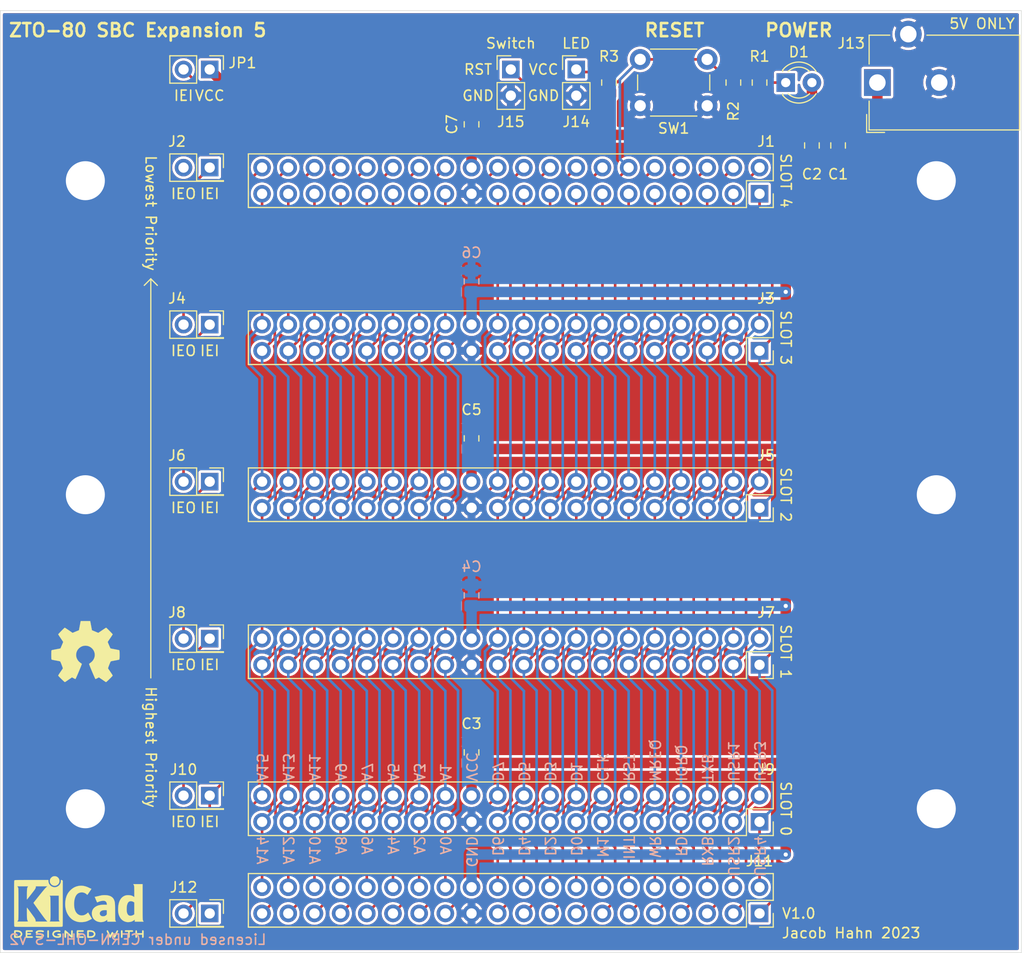
<source format=kicad_pcb>
(kicad_pcb (version 20211014) (generator pcbnew)
  (title_block (title "ZTO-80 Backplane 5") (date "2023-02-27") (rev "1.0") (company "Jacob Hahn"))
  (layers (0 "F.Cu" signal) (31 "B.Cu" signal) (34 "B.Paste" user) (35 "F.Paste" user) (36 "B.SilkS" user "B.Silkscreen") (37 "F.SilkS" user "F.Silkscreen") (38 "B.Mask" user) (39 "F.Mask" user) (44 "Edge.Cuts" user))
  (net 0 "")
  (net 1 "GND")
  (net 2 "VCC")
  (net 3 "Net-(D1-Pad1)")
  (net 4 "/USR4")
  (net 5 "/USR3")
  (net 6 "/USR2")
  (net 7 "/USR1")
  (net 8 "/RXB")
  (net 9 "/TXB")
  (net 10 "/RD")
  (net 11 "/IORQ")
  (net 12 "/WR")
  (net 13 "/MREQ")
  (net 14 "/INT")
  (net 15 "/RST")
  (net 16 "/M1")
  (net 17 "/CLK")
  (net 18 "/D0")
  (net 19 "/D1")
  (net 20 "/D2")
  (net 21 "/D3")
  (net 22 "/D4")
  (net 23 "/D5")
  (net 24 "/D6")
  (net 25 "/D7")
  (net 26 "/A0")
  (net 27 "/A1")
  (net 28 "/A2")
  (net 29 "/A3")
  (net 30 "/A4")
  (net 31 "/A5")
  (net 32 "/A6")
  (net 33 "/A7")
  (net 34 "/A8")
  (net 35 "/A9")
  (net 36 "/A10")
  (net 37 "/A11")
  (net 38 "/A12")
  (net 39 "/A13")
  (net 40 "/A14")
  (net 41 "/A15")
  (net 43 "Net-(J10-Pad1)")
  (net 44 "Net-(J10-Pad2)")
  (net 46 "Net-(J14-Pad1)")
  (net 47 "Net-(J2-Pad1)")
  (net 48 "Net-(J4-Pad1)")
  (net 49 "Net-(J6-Pad1)")
  (footprint "Symbol:KiCad-Logo2_5mm_SilkScreen" (layer "F.Cu") (at 104.14 144.145)
    (fp_text reference "REF**" hide)
    (fp_text value "KiCad-Logo2_5mm_SilkScreen" hide)
  )
  (footprint "Symbol:OSHW-Symbol_6.7x6mm_SilkScreen" (layer "F.Cu") (at 104.775 119.38)
    (fp_text reference "REF**" hide)
    (fp_text value "OSHW-Symbol_6.7x6mm_SilkScreen" hide)
  )
  (footprint "Connector_PinSocket_2.54mm:PinSocket_2x20_P2.54mm_Vertical" (layer "F.Cu") (at 170.18 144.78 -90)
    (fp_text reference "J11")
    (fp_text value "ZTO-80 Bus")
  )
  (footprint "Connector_PinSocket_2.54mm:PinSocket_2x01_P2.54mm_Vertical" (layer "F.Cu") (at 116.84 144.78)
    (fp_text reference "J12")
    (fp_text value "Conn_01x02")
  )
  (footprint "Capacitor_SMD:C_0805_2012Metric_Pad1.15x1.40mm_HandSolder" (layer "F.Cu") (at 142.24 129.15 90)
    (fp_text reference "C3")
    (fp_text value ".1u")
  )
  (footprint "Capacitor_SMD:C_0805_2012Metric_Pad1.15x1.40mm_HandSolder" (layer "F.Cu") (at 142.24 98.67 90)
    (fp_text reference "C5")
    (fp_text value ".1u")
  )
  (footprint "Screw_Hole:Computer_Screw_M3" (layer "F.Cu") (at 104.775 104.14)
    (fp_text reference "REF**" hide)
    (fp_text value "Computer_Screw_M3")
  )
  (footprint "Screw_Hole:Computer_Screw_M3" (layer "F.Cu") (at 187.325 134.62)
    (fp_text reference "REF**" hide)
    (fp_text value "Computer_Screw_M3")
  )
  (footprint "Connector_PinSocket_2.54mm:PinSocket_2x01_P2.54mm_Vertical" (layer "F.Cu") (at 116.84 102.87)
    (fp_text reference "J6")
    (fp_text value "Conn_01x02")
  )
  (footprint "Connector_PinSocket_2.54mm:PinSocket_2x01_P2.54mm_Vertical" (layer "F.Cu") (at 116.84 133.35)
    (fp_text reference "J10")
    (fp_text value "Conn_01x02")
  )
  (footprint "Connector_PinSocket_2.54mm:PinSocket_2x01_P2.54mm_Vertical" (layer "F.Cu") (at 116.84 118.11)
    (fp_text reference "J8")
    (fp_text value "Conn_01x02")
  )
  (footprint "Screw_Hole:Computer_Screw_M3" (layer "F.Cu") (at 104.775 134.62)
    (fp_text reference "REF**" hide)
    (fp_text value "Computer_Screw_M3")
  )
  (footprint "Screw_Hole:Computer_Screw_M3" (layer "F.Cu") (at 104.775 73.66)
    (fp_text reference "REF**" hide)
    (fp_text value "Computer_Screw_M3")
  )
  (footprint "Capacitor_SMD:C_0805_2012Metric_Pad1.15x1.40mm_HandSolder" (layer "F.Cu") (at 142.24 68.19 90)
    (fp_text reference "C7")
    (fp_text value ".1u")
  )
  (footprint "Screw_Hole:Computer_Screw_M3" (layer "F.Cu") (at 187.325 104.14)
    (fp_text reference "REF**" hide)
    (fp_text value "Computer_Screw_M3")
  )
  (footprint "Connector_PinSocket_2.54mm:PinSocket_2x01_P2.54mm_Vertical" (layer "F.Cu") (at 116.84 72.39)
    (fp_text reference "J2")
    (fp_text value "Conn_01x02")
  )
  (footprint "Connector_PinSocket_2.54mm:PinSocket_2x01_P2.54mm_Vertical" (layer "F.Cu") (at 116.84 87.63)
    (fp_text reference "J4")
    (fp_text value "Conn_01x02")
  )
  (footprint "Screw_Hole:Computer_Screw_M3" (layer "F.Cu") (at 187.325 73.66)
    (fp_text reference "REF**" hide)
    (fp_text value "Computer_Screw_M3")
  )
  (footprint "Connector_PinSocket_2.54mm:PinSocket_2x20_P2.54mm_Vertical" (layer "F.Cu") (at 170.18 135.89 -90)
    (fp_text reference "J9")
    (fp_text value "ZTO-80 Bus")
  )
  (footprint "Connector_PinSocket_2.54mm:PinSocket_2x20_P2.54mm_Vertical" (layer "F.Cu") (at 170.18 105.41 -90)
    (fp_text reference "J5")
    (fp_text value "ZTO-80 Bus")
  )
  (footprint "Connector_PinSocket_2.54mm:PinSocket_2x20_P2.54mm_Vertical" (layer "F.Cu") (at 170.18 120.65 -90)
    (fp_text reference "J7")
    (fp_text value "ZTO-80 Bus")
  )
  (footprint "Connector_PinSocket_2.54mm:PinSocket_2x20_P2.54mm_Vertical" (layer "F.Cu") (at 170.18 74.93 -90)
    (fp_text reference "J1")
    (fp_text value "ZTO-80 Bus")
  )
  (footprint "Connector_PinSocket_2.54mm:PinSocket_2x20_P2.54mm_Vertical" (layer "F.Cu") (at 170.18 90.17 -90)
    (fp_text reference "J3")
    (fp_text value "ZTO-80 Bus")
  )
  (footprint "Connector_PinHeader_2.54mm:PinHeader_1x02_P2.54mm_Vertical" (layer "F.Cu") (at 116.84 62.865 -90)
    (fp_text reference "JP1")
    (fp_text value "Jumper_NO_Small")
  )
  (footprint "Capacitor_SMD:C_0805_2012Metric_Pad1.15x1.40mm_HandSolder" (layer "F.Cu") (at 175.26 70.24 -90)
    (fp_text reference "C2")
    (fp_text value ".1u")
  )
  (footprint "Capacitor_SMD:C_0805_2012Metric_Pad1.15x1.40mm_HandSolder" (layer "F.Cu") (at 177.8 70.24 -90)
    (fp_text reference "C1")
    (fp_text value "10u")
  )
  (footprint "BarrelJack:BarrelJack_CUI_PJ-102A_Horizontal" (layer "F.Cu") (at 181.61 64.135 90)
    (fp_text reference "J13")
    (fp_text value "PJ-102A")
  )
  (footprint "Resistor_SMD:R_0805_2012Metric_Pad1.15x1.40mm_HandSolder" (layer "F.Cu") (at 170.18 64.135 90)
    (fp_text reference "R1")
    (fp_text value "220")
  )
  (footprint "Button_Switch_THT:SW_PUSH_6mm" (layer "F.Cu") (at 165.1 66.385 180)
    (fp_text reference "SW1")
    (fp_text value "Reset")
  )
  (footprint "LED_THT:LED_D3.0mm" (layer "F.Cu") (at 172.72 64.135)
    (fp_text reference "D1")
    (fp_text value "LED 3MM RED")
  )
  (footprint "Connector_PinHeader_2.54mm:PinHeader_1x02_P2.54mm_Vertical" (layer "F.Cu") (at 152.4 62.865)
    (fp_text reference "J14")
    (fp_text value "Conn_01x02")
  )
  (footprint "Connector_PinHeader_2.54mm:PinHeader_1x02_P2.54mm_Vertical" (layer "F.Cu") (at 146.05 62.865)
    (fp_text reference "J15")
    (fp_text value "Conn_01x02")
  )
  (footprint "Resistor_SMD:R_0805_2012Metric_Pad1.15x1.40mm_HandSolder" (layer "F.Cu") (at 155.575 64.135 -90)
    (fp_text reference "R3")
    (fp_text value "200")
  )
  (footprint "Resistor_SMD:R_0805_2012Metric_Pad1.15x1.40mm_HandSolder" (layer "F.Cu") (at 167.64 64.135 90)
    (fp_text reference "R2")
    (fp_text value "10k")
  )
  (footprint "Capacitor_SMD:C_0805_2012Metric_Pad1.15x1.40mm_HandSolder" (layer "B.Cu") (at 142.24 113.91 90)
    (fp_text reference "C4")
    (fp_text value ".1u")
  )
  (footprint "Capacitor_SMD:C_0805_2012Metric_Pad1.15x1.40mm_HandSolder" (layer "B.Cu") (at 142.24 83.43 90)
    (fp_text reference "C6")
    (fp_text value ".1u")
  )
  (gr_line (start 111.125 83.185) (end 111.125 121.92) (layer "F.SilkS") (width 0.12))
  (gr_line (start 111.125 83.185) (end 110.49 83.82) (layer "F.SilkS") (width 0.12))
  (gr_line (start 111.125 83.185) (end 111.76 83.82) (layer "F.SilkS") (width 0.12))
  (gr_line (start 96.52 148.59) (end 96.52 57.15) (layer "Edge.Cuts") (width 0.05))
  (gr_line (start 195.58 148.59) (end 96.52 148.59) (layer "Edge.Cuts") (width 0.05))
  (gr_line (start 195.58 57.15) (end 195.58 148.59) (layer "Edge.Cuts") (width 0.05))
  (gr_line (start 96.52 57.15) (end 195.58 57.15) (layer "Edge.Cuts") (width 0.05))
  (gr_text "A15" (at 121.92 132.08 270) (layer "B.SilkS") (effects (font (size 1 1)) (justify left mirror)))
  (gr_text "A14" (at 121.92 137.16 270) (layer "B.SilkS") (effects (font (size 1 1)) (justify right mirror)))
  (gr_text "CLK" (at 154.94 132.08 270) (layer "B.SilkS") (effects (font (size 1 1)) (justify left mirror)))
  (gr_text "D7" (at 144.78 132.08 270) (layer "B.SilkS") (effects (font (size 1 1)) (justify left mirror)))
  (gr_text "USR4" (at 170.18 137.16 270) (layer "B.SilkS") (effects (font (size 1 1)) (justify right mirror)))
  (gr_text "A12" (at 124.46 137.16 270) (layer "B.SilkS") (effects (font (size 1 1)) (justify right mirror)))
  (gr_text "Licensed under CERN-OHL-S v2" (at 109.855 147.32) (layer "B.SilkS") (effects (font (size 1 1)) (justify mirror)))
  (gr_text "D0" (at 152.4 137.16 270) (layer "B.SilkS") (effects (font (size 1 1)) (justify right mirror)))
  (gr_text "TXB" (at 165.1 132.08 270) (layer "B.SilkS") (effects (font (size 1 1)) (justify left mirror)))
  (gr_text "A2" (at 137.16 137.16 270) (layer "B.SilkS") (effects (font (size 1 1)) (justify right mirror)))
  (gr_text "USR1" (at 167.64 132.08 270) (layer "B.SilkS") (effects (font (size 1 1)) (justify left mirror)))
  (gr_text "USR2" (at 167.64 137.16 270) (layer "B.SilkS") (effects (font (size 1 1)) (justify right mirror)))
  (gr_text "A7" (at 132.08 132.08 270) (layer "B.SilkS") (effects (font (size 1 1)) (justify left mirror)))
  (gr_text "A6" (at 132.08 137.16 270) (layer "B.SilkS") (effects (font (size 1 1)) (justify right mirror)))
  (gr_text "A5" (at 134.62 132.08 270) (layer "B.SilkS") (effects (font (size 1 1)) (justify left mirror)))
  (gr_text "GND" (at 142.24 137.16 270) (layer "B.SilkS") (effects (font (size 1 1)) (justify right mirror)))
  (gr_text "A9" (at 129.54 132.08 270) (layer "B.SilkS") (effects (font (size 1 1)) (justify left mirror)))
  (gr_text "A11" (at 127 132.08 270) (layer "B.SilkS") (effects (font (size 1 1)) (justify left mirror)))
  (gr_text "A0" (at 139.7 137.16 270) (layer "B.SilkS") (effects (font (size 1 1)) (justify right mirror)))
  (gr_text "A3" (at 137.16 132.08 270) (layer "B.SilkS") (effects (font (size 1 1)) (justify left mirror)))
  (gr_text "D1" (at 152.4 132.08 270) (layer "B.SilkS") (effects (font (size 1 1)) (justify left mirror)))
  (gr_text "RD" (at 162.56 137.16 270) (layer "B.SilkS") (effects (font (size 1 1)) (justify right mirror)))
  (gr_text "WR" (at 160.02 137.16 270) (layer "B.SilkS") (effects (font (size 1 1)) (justify right mirror)))
  (gr_text "MREQ" (at 160.02 132.08 270) (layer "B.SilkS") (effects (font (size 1 1)) (justify left mirror)))
  (gr_text "A10" (at 127 137.16 270) (layer "B.SilkS") (effects (font (size 1 1)) (justify right mirror)))
  (gr_text "USR3" (at 170.18 132.08 270) (layer "B.SilkS") (effects (font (size 1 1)) (justify left mirror)))
  (gr_text "A4" (at 134.62 137.16 270) (layer "B.SilkS") (effects (font (size 1 1)) (justify right mirror)))
  (gr_text "A13" (at 124.46 132.08 270) (layer "B.SilkS") (effects (font (size 1 1)) (justify left mirror)))
  (gr_text "D2" (at 149.86 137.16 270) (layer "B.SilkS") (effects (font (size 1 1)) (justify right mirror)))
  (gr_text "RST" (at 157.48 132.08 270) (layer "B.SilkS") (effects (font (size 1 1)) (justify left mirror)))
  (gr_text "A1" (at 139.7 132.08 270) (layer "B.SilkS") (effects (font (size 1 1)) (justify left mirror)))
  (gr_text "A8" (at 129.54 137.16 270) (layer "B.SilkS") (effects (font (size 1 1)) (justify right mirror)))
  (gr_text "INT" (at 157.48 137.16 270) (layer "B.SilkS") (effects (font (size 1 1)) (justify right mirror)))
  (gr_text "IORQ" (at 162.56 132.08 270) (layer "B.SilkS") (effects (font (size 1 1)) (justify left mirror)))
  (gr_text "RXB" (at 165.1 137.16 270) (layer "B.SilkS") (effects (font (size 1 1)) (justify right mirror)))
  (gr_text "D5" (at 147.32 132.08 270) (layer "B.SilkS") (effects (font (size 1 1)) (justify left mirror)))
  (gr_text "D6" (at 144.78 137.16 270) (layer "B.SilkS") (effects (font (size 1 1)) (justify right mirror)))
  (gr_text "M1" (at 154.94 137.16 270) (layer "B.SilkS") (effects (font (size 1 1)) (justify right mirror)))
  (gr_text "D3" (at 149.86 132.08 270) (layer "B.SilkS") (effects (font (size 1 1)) (justify left mirror)))
  (gr_text "VCC" (at 142.24 132.08 270) (layer "B.SilkS") (effects (font (size 1 1)) (justify left mirror)))
  (gr_text "D4" (at 147.32 137.16 270) (layer "B.SilkS") (effects (font (size 1 1)) (justify right mirror)))
  (gr_text "IEO" (at 114.3 120.65) (layer "F.SilkS") (effects (font (size 1 1))))
  (gr_text "IEI" (at 116.84 90.17) (layer "F.SilkS") (effects (font (size 1 1))))
  (gr_text "IEI" (at 116.84 120.65) (layer "F.SilkS") (effects (font (size 1 1))))
  (gr_text "SLOT 4" (at 172.72 73.66 270) (layer "F.SilkS") (effects (font (size 1 1))))
  (gr_text "SLOT 2" (at 172.72 104.14 270) (layer "F.SilkS") (effects (font (size 1 1))))
  (gr_text "IEO" (at 114.3 90.17) (layer "F.SilkS") (effects (font (size 1 1))))
  (gr_text "SLOT 0" (at 172.72 134.62 270) (layer "F.SilkS") (effects (font (size 1 1))))
  (gr_text "IEI" (at 116.84 74.93) (layer "F.SilkS") (effects (font (size 1 1))))
  (gr_text "Lowest Priority" (at 111.125 71.12 270) (layer "F.SilkS") (effects (font (size 1 1)) (justify left)))
  (gr_text "IEO" (at 114.3 74.93) (layer "F.SilkS") (effects (font (size 1 1))))
  (gr_text "IEI" (at 116.84 135.89) (layer "F.SilkS") (effects (font (size 1 1))))
  (gr_text "IEO" (at 114.3 105.41) (layer "F.SilkS") (effects (font (size 1 1))))
  (gr_text "SLOT 1" (at 172.72 119.38 270) (layer "F.SilkS") (effects (font (size 1 1))))
  (gr_text "SLOT 3" (at 172.72 88.9 270) (layer "F.SilkS") (effects (font (size 1 1))))
  (gr_text "IEI" (at 116.84 105.41) (layer "F.SilkS") (effects (font (size 1 1))))
  (gr_text "IEO" (at 114.3 135.89) (layer "F.SilkS") (effects (font (size 1 1))))
  (gr_text "Highest Priority" (at 111.125 134.62 270) (layer "F.SilkS") (effects (font (size 1 1)) (justify right)))
  (gr_text "ZTO-80 SBC Expansion 5" (at 109.855 59.055) (layer "F.SilkS") (effects (font (size 1.27 1.27) (thickness 0.254))))
  (gr_text "5V ONLY" (at 191.77 58.42) (layer "F.SilkS") (effects (font (size 1 1))))
  (gr_text "POWER" (at 173.99 59.055) (layer "F.SilkS") (effects (font (size 1.27 1.27) (thickness 0.254))))
  (gr_text "RESET" (at 161.925 59.055) (layer "F.SilkS") (effects (font (size 1.27 1.27) (thickness 0.254))))
  (gr_text "Switch" (at 146.05 60.325) (layer "F.SilkS") (effects (font (size 1 1))))
  (gr_text "LED" (at 152.4 60.325) (layer "F.SilkS") (effects (font (size 1 1))))
  (gr_text "VCC" (at 149.225 62.865) (layer "F.SilkS") (effects (font (size 1 1))))
  (gr_text "GND" (at 149.225 65.405) (layer "F.SilkS") (effects (font (size 1 1))))
  (gr_text "GND" (at 142.875 65.405) (layer "F.SilkS") (effects (font (size 1 1))))
  (gr_text "RST" (at 142.875 62.865) (layer "F.SilkS") (effects (font (size 1 1))))
  (gr_text "V1.0" (at 173.99 144.78) (layer "F.SilkS") (effects (font (size 1 1))))
  (gr_text "VCC" (at 116.84 65.405) (layer "F.SilkS") (effects (font (size 1 1))))
  (gr_text "IEI" (at 114.3 65.405) (layer "F.SilkS") (effects (font (size 1 1))))
  (gr_text "Jacob Hahn 2023" (at 179.07 146.685) (layer "F.SilkS") (effects (font (size 1 1))))
  (segment (start 172.72 114.935) (end 172.72 130.175) (width 1.016) (layer "F.Cu") (net 2))
  (segment (start 172.72 69.215) (end 172.72 84.455) (width 1.016) (layer "F.Cu") (net 2))
  (segment (start 172.72 84.455) (end 172.72 99.695) (width 1.016) (layer "F.Cu") (net 2))
  (segment (start 172.72 99.695) (end 172.72 114.935) (width 1.016) (layer "F.Cu") (net 2))
  (segment (start 142.24 99.695) (end 172.72 99.695) (width 1.016) (layer "F.Cu") (net 2))
  (segment (start 142.24 102.87) (end 142.24 99.695) (width 1.016) (layer "F.Cu") (net 2))
  (segment (start 142.24 133.35) (end 142.24 130.175) (width 1.016) (layer "F.Cu") (net 2))
  (segment (start 142.24 130.175) (end 172.72 130.175) (width 1.016) (layer "F.Cu") (net 2))
  (segment (start 142.24 72.39) (end 142.24 69.215) (width 1.016) (layer "F.Cu") (net 2))
  (segment (start 142.24 69.215) (end 155.575 69.215) (width 1.016) (layer "F.Cu") (net 2))
  (segment (start 167.64 65.16) (end 167.64 69.215) (width 1.016) (layer "F.Cu") (net 2))
  (segment (start 155.575 65.16) (end 155.575 69.215) (width 1.016) (layer "F.Cu") (net 2))
  (segment (start 181.61 64.135) (end 181.61 69.215) (width 1.016) (layer "F.Cu") (net 2))
  (segment (start 181.61 69.215) (end 177.8 69.215) (width 1.016) (layer "F.Cu") (net 2))
  (segment (start 142.24 69.215) (end 123.19 69.215) (width 1.016) (layer "F.Cu") (net 2))
  (segment (start 167.64 69.215) (end 172.72 69.215) (width 1.016) (layer "F.Cu") (net 2))
  (segment (start 155.575 69.215) (end 167.64 69.215) (width 1.016) (layer "F.Cu") (net 2))
  (segment (start 123.19 69.215) (end 116.84 62.865) (width 1.016) (layer "F.Cu") (net 2))
  (segment (start 177.8 69.215) (end 175.26 69.215) (width 1.016) (layer "F.Cu") (net 2))
  (segment (start 175.26 69.215) (end 172.72 69.215) (width 1.016) (layer "F.Cu") (net 2))
  (segment (start 175.26 64.135) (end 175.26 69.215) (width 1.016) (layer "F.Cu") (net 2))
  (segment (start 172.72 139.065) (end 172.72 130.175) (width 1.016) (layer "F.Cu") (net 2))
  (via (at 172.72 84.455) (size 0.8128) (drill 0.4064) (layers "F.Cu" "B.Cu") (net 2))
  (via (at 172.72 114.935) (size 0.8128) (drill 0.4064) (layers "F.Cu" "B.Cu") (net 2))
  (via (at 172.72 139.065) (size 0.8128) (drill 0.4064) (layers "F.Cu" "B.Cu") (net 2))
  (segment (start 142.24 114.935) (end 142.24 118.11) (width 1.016) (layer "B.Cu") (net 2))
  (segment (start 142.24 84.455) (end 142.24 87.63) (width 1.016) (layer "B.Cu") (net 2))
  (segment (start 142.24 84.455) (end 172.72 84.455) (width 1.016) (layer "B.Cu") (net 2))
  (segment (start 142.24 114.935) (end 172.72 114.935) (width 1.016) (layer "B.Cu") (net 2))
  (segment (start 142.24 142.24) (end 142.24 139.065) (width 1.016) (layer "B.Cu") (net 2))
  (segment (start 142.24 139.065) (end 172.72 139.065) (width 1.016) (layer "B.Cu") (net 2))
  (segment (start 172.72 64.135) (end 171.205 64.135) (width 0.254) (layer "F.Cu") (net 3))
  (segment (start 171.205 64.135) (end 170.18 63.11) (width 0.254) (layer "F.Cu") (net 3))
  (segment (start 170.18 106.68) (end 171.411001 107.911001) (width 0.254) (layer "F.Cu") (net 4))
  (segment (start 171.029999 119.800001) (end 170.18 120.65) (width 0.254) (layer "F.Cu") (net 4))
  (segment (start 170.18 105.41) (end 170.18 106.68) (width 0.254) (layer "F.Cu") (net 4))
  (segment (start 171.029999 89.320001) (end 170.18 90.17) (width 0.254) (layer "F.Cu") (net 4))
  (segment (start 171.411001 107.911001) (end 171.411001 119.418999) (width 0.254) (layer "F.Cu") (net 4))
  (segment (start 170.18 76.132081) (end 171.411001 77.363082) (width 0.254) (layer "F.Cu") (net 4))
  (segment (start 171.411001 119.418999) (end 171.029999 119.800001) (width 0.254) (layer "F.Cu") (net 4))
  (segment (start 171.411001 88.938999) (end 171.029999 89.320001) (width 0.254) (layer "F.Cu") (net 4))
  (segment (start 171.411001 77.363082) (end 171.411001 88.938999) (width 0.254) (layer "F.Cu") (net 4))
  (segment (start 170.18 74.93) (end 170.18 76.132081) (width 0.254) (layer "F.Cu") (net 4))
  (segment (start 171.411001 138.391001) (end 171.411001 143.548999) (width 0.254) (layer "F.Cu") (net 4))
  (segment (start 170.18 135.89) (end 170.18 137.16) (width 0.254) (layer "F.Cu") (net 4))
  (segment (start 170.18 137.16) (end 171.411001 138.391001) (width 0.254) (layer "F.Cu") (net 4))
  (segment (start 171.411001 143.548999) (end 170.18 144.78) (width 0.254) (layer "F.Cu") (net 4))
  (segment (start 171.411001 123.151001) (end 171.411001 134.658999) (width 0.254) (layer "B.Cu") (net 4))
  (segment (start 170.18 91.44) (end 171.411001 92.671001) (width 0.254) (layer "B.Cu") (net 4))
  (segment (start 171.029999 104.560001) (end 170.18 105.41) (width 0.254) (layer "B.Cu") (net 4))
  (segment (start 171.411001 92.671001) (end 171.411001 104.178999) (width 0.254) (layer "B.Cu") (net 4))
  (segment (start 170.18 90.17) (end 170.18 91.44) (width 0.254) (layer "B.Cu") (net 4))
  (segment (start 170.18 120.65) (end 170.18 121.92) (width 0.254) (layer "B.Cu") (net 4))
  (segment (start 171.029999 135.040001) (end 170.18 135.89) (width 0.254) (layer "B.Cu") (net 4))
  (segment (start 171.411001 104.178999) (end 171.029999 104.560001) (width 0.254) (layer "B.Cu") (net 4))
  (segment (start 170.18 121.92) (end 171.411001 123.151001) (width 0.254) (layer "B.Cu") (net 4))
  (segment (start 171.411001 134.658999) (end 171.029999 135.040001) (width 0.254) (layer "B.Cu") (net 4))
  (segment (start 168.948999 76.238999) (end 170.18 77.47) (width 0.254) (layer "F.Cu") (net 5))
  (segment (start 170.18 72.39) (end 168.948999 73.621001) (width 0.254) (layer "F.Cu") (net 5))
  (segment (start 168.948999 73.621001) (end 168.948999 76.238999) (width 0.254) (layer "F.Cu") (net 5))
  (segment (start 170.18 77.47) (end 170.18 87.63) (width 0.254) (layer "F.Cu") (net 5))
  (segment (start 168.948999 106.718999) (end 170.18 107.95) (width 0.254) (layer "F.Cu") (net 5))
  (segment (start 168.948999 104.101001) (end 168.948999 106.718999) (width 0.254) (layer "F.Cu") (net 5))
  (segment (start 170.18 102.87) (end 168.948999 104.101001) (width 0.254) (layer "F.Cu") (net 5))
  (segment (start 170.18 107.95) (end 170.18 118.11) (width 0.254) (layer "F.Cu") (net 5))
  (segment (start 170.18 133.35) (end 168.948999 134.581001) (width 0.254) (layer "F.Cu") (net 5))
  (segment (start 168.948999 134.581001) (end 168.948999 137.198999) (width 0.254) (layer "F.Cu") (net 5))
  (segment (start 170.18 138.43) (end 170.18 142.24) (width 0.254) (layer "F.Cu") (net 5))
  (segment (start 168.948999 137.198999) (end 170.18 138.43) (width 0.254) (layer "F.Cu") (net 5))
  (segment (start 170.18 87.63) (end 168.948999 88.861001) (width 0.254) (layer "B.Cu") (net 5))
  (segment (start 170.18 92.71) (end 170.18 102.87) (width 0.254) (layer "B.Cu") (net 5))
  (segment (start 168.948999 91.478999) (end 170.18 92.71) (width 0.254) (layer "B.Cu") (net 5))
  (segment (start 168.948999 88.861001) (end 168.948999 91.478999) (width 0.254) (layer "B.Cu") (net 5))
  (segment (start 170.18 123.19) (end 170.18 133.35) (width 0.254) (layer "B.Cu") (net 5))
  (segment (start 170.18 118.11) (end 168.948999 119.341001) (width 0.254) (layer "B.Cu") (net 5))
  (segment (start 168.948999 119.341001) (end 168.948999 121.958999) (width 0.254) (layer "B.Cu") (net 5))
  (segment (start 168.948999 121.958999) (end 170.18 123.19) (width 0.254) (layer "B.Cu") (net 5))
  (segment (start 168.489999 89.320001) (end 167.64 90.17) (width 0.254) (layer "F.Cu") (net 6))
  (segment (start 168.871001 77.363082) (end 168.871001 88.938999) (width 0.254) (layer "F.Cu") (net 6))
  (segment (start 168.871001 107.911001) (end 168.871001 119.418999) (width 0.254) (layer "F.Cu") (net 6))
  (segment (start 168.489999 119.800001) (end 167.64 120.65) (width 0.254) (layer "F.Cu") (net 6))
  (segment (start 168.871001 119.418999) (end 168.489999 119.800001) (width 0.254) (layer "F.Cu") (net 6))
  (segment (start 168.871001 88.938999) (end 168.489999 89.320001) (width 0.254) (layer "F.Cu") (net 6))
  (segment (start 167.64 106.68) (end 168.871001 107.911001) (width 0.254) (layer "F.Cu") (net 6))
  (segment (start 167.64 74.93) (end 167.64 76.132081) (width 0.254) (layer "F.Cu") (net 6))
  (segment (start 167.64 76.132081) (end 168.871001 77.363082) (width 0.254) (layer "F.Cu") (net 6))
  (segment (start 167.64 105.41) (end 167.64 106.68) (width 0.254) (layer "F.Cu") (net 6))
  (segment (start 168.871001 138.391001) (end 168.871001 143.548999) (width 0.254) (layer "F.Cu") (net 6))
  (segment (start 168.871001 143.548999) (end 167.64 144.78) (width 0.254) (layer "F.Cu") (net 6))
  (segment (start 167.64 135.89) (end 167.64 137.16) (width 0.254) (layer "F.Cu") (net 6))
  (segment (start 167.64 137.16) (end 168.871001 138.391001) (width 0.254) (layer "F.Cu") (net 6))
  (segment (start 168.871001 92.671001) (end 168.871001 104.178999) (width 0.254) (layer "B.Cu") (net 6))
  (segment (start 168.871001 134.658999) (end 168.489999 135.040001) (width 0.254) (layer "B.Cu") (net 6))
  (segment (start 167.64 90.17) (end 167.64 91.44) (width 0.254) (layer "B.Cu") (net 6))
  (segment (start 167.64 91.44) (end 168.871001 92.671001) (width 0.254) (layer "B.Cu") (net 6))
  (segment (start 167.64 120.65) (end 167.64 121.92) (width 0.254) (layer "B.Cu") (net 6))
  (segment (start 167.64 121.92) (end 168.871001 123.151001) (width 0.254) (layer "B.Cu") (net 6))
  (segment (start 168.489999 104.560001) (end 167.64 105.41) (width 0.254) (layer "B.Cu") (net 6))
  (segment (start 168.871001 104.178999) (end 168.489999 104.560001) (width 0.254) (layer "B.Cu") (net 6))
  (segment (start 168.489999 135.040001) (end 167.64 135.89) (width 0.254) (layer "B.Cu") (net 6))
  (segment (start 168.871001 123.151001) (end 168.871001 134.658999) (width 0.254) (layer "B.Cu") (net 6))
  (segment (start 166.408999 106.718999) (end 167.64 107.95) (width 0.254) (layer "F.Cu") (net 7))
  (segment (start 167.64 72.39) (end 166.408999 73.621001) (width 0.254) (layer "F.Cu") (net 7))
  (segment (start 166.408999 104.101001) (end 166.408999 106.718999) (width 0.254) (layer "F.Cu") (net 7))
  (segment (start 167.64 102.87) (end 166.408999 104.101001) (width 0.254) (layer "F.Cu") (net 7))
  (segment (start 166.408999 76.238999) (end 167.64 77.47) (width 0.254) (layer "F.Cu") (net 7))
  (segment (start 167.64 77.47) (end 167.64 87.63) (width 0.254) (layer "F.Cu") (net 7))
  (segment (start 166.408999 73.621001) (end 166.408999 76.238999) (width 0.254) (layer "F.Cu") (net 7))
  (segment (start 167.64 107.95) (end 167.64 118.11) (width 0.254) (layer "F.Cu") (net 7))
  (segment (start 166.408999 137.198999) (end 167.64 138.43) (width 0.254) (layer "F.Cu") (net 7))
  (segment (start 166.408999 134.581001) (end 166.408999 137.198999) (width 0.254) (layer "F.Cu") (net 7))
  (segment (start 167.64 138.43) (end 167.64 142.24) (width 0.254) (layer "F.Cu") (net 7))
  (segment (start 167.64 133.35) (end 166.408999 134.581001) (width 0.254) (layer "F.Cu") (net 7))
  (segment (start 167.64 118.11) (end 166.408999 119.341001) (width 0.254) (layer "B.Cu") (net 7))
  (segment (start 167.64 87.63) (end 166.408999 88.861001) (width 0.254) (layer "B.Cu") (net 7))
  (segment (start 166.408999 91.478999) (end 167.64 92.71) (width 0.254) (layer "B.Cu") (net 7))
  (segment (start 166.408999 119.341001) (end 166.408999 121.958999) (width 0.254) (layer "B.Cu") (net 7))
  (segment (start 167.64 92.71) (end 167.64 102.87) (width 0.254) (layer "B.Cu") (net 7))
  (segment (start 166.408999 88.861001) (end 166.408999 91.478999) (width 0.254) (layer "B.Cu") (net 7))
  (segment (start 167.64 123.19) (end 167.64 133.35) (width 0.254) (layer "B.Cu") (net 7))
  (segment (start 166.408999 121.958999) (end 167.64 123.19) (width 0.254) (layer "B.Cu") (net 7))
  (segment (start 166.331001 119.418999) (end 165.949999 119.800001) (width 0.254) (layer "F.Cu") (net 8))
  (segment (start 165.1 76.2) (end 166.331001 77.431001) (width 0.254) (layer "F.Cu") (net 8))
  (segment (start 165.1 105.41) (end 165.1 106.68) (width 0.254) (layer "F.Cu") (net 8))
  (segment (start 165.1 74.93) (end 165.1 76.2) (width 0.254) (layer "F.Cu") (net 8))
  (segment (start 166.331001 77.431001) (end 166.331001 88.938999) (width 0.254) (layer "F.Cu") (net 8))
  (segment (start 165.949999 89.320001) (end 165.1 90.17) (width 0.254) (layer "F.Cu") (net 8))
  (segment (start 166.331001 88.938999) (end 165.949999 89.320001) (width 0.254) (layer "F.Cu") (net 8))
  (segment (start 165.949999 119.800001) (end 165.1 120.65) (width 0.254) (layer "F.Cu") (net 8))
  (segment (start 166.331001 107.911001) (end 166.331001 119.418999) (width 0.254) (layer "F.Cu") (net 8))
  (segment (start 165.1 106.68) (end 166.331001 107.911001) (width 0.254) (layer "F.Cu") (net 8))
  (segment (start 166.331001 138.391001) (end 166.331001 143.548999) (width 0.254) (layer "F.Cu") (net 8))
  (segment (start 165.1 135.89) (end 165.1 137.16) (width 0.254) (layer "F.Cu") (net 8))
  (segment (start 166.331001 143.548999) (end 165.1 144.78) (width 0.254) (layer "F.Cu") (net 8))
  (segment (start 165.1 137.16) (end 166.331001 138.391001) (width 0.254) (layer "F.Cu") (net 8))
  (segment (start 166.331001 123.151001) (end 166.331001 134.658999) (width 0.254) (layer "B.Cu") (net 8))
  (segment (start 165.949999 104.560001) (end 165.1 105.41) (width 0.254) (layer "B.Cu") (net 8))
  (segment (start 166.331001 134.658999) (end 165.949999 135.040001) (width 0.254) (layer "B.Cu") (net 8))
  (segment (start 165.949999 135.040001) (end 165.1 135.89) (width 0.254) (layer "B.Cu") (net 8))
  (segment (start 165.1 90.17) (end 165.1 91.44) (width 0.254) (layer "B.Cu") (net 8))
  (segment (start 165.1 91.44) (end 166.331001 92.671001) (width 0.254) (layer "B.Cu") (net 8))
  (segment (start 166.331001 104.178999) (end 165.949999 104.560001) (width 0.254) (layer "B.Cu") (net 8))
  (segment (start 165.1 121.92) (end 166.331001 123.151001) (width 0.254) (layer "B.Cu") (net 8))
  (segment (start 165.1 120.65) (end 165.1 121.92) (width 0.254) (layer "B.Cu") (net 8))
  (segment (start 166.331001 92.671001) (end 166.331001 104.178999) (width 0.254) (layer "B.Cu") (net 8))
  (segment (start 163.868999 106.718999) (end 165.1 107.95) (width 0.254) (layer "F.Cu") (net 9))
  (segment (start 165.1 72.39) (end 163.868999 73.621001) (width 0.254) (layer "F.Cu") (net 9))
  (segment (start 163.868999 104.101001) (end 163.868999 106.718999) (width 0.254) (layer "F.Cu") (net 9))
  (segment (start 163.868999 76.238999) (end 165.1 77.47) (width 0.254) (layer "F.Cu") (net 9))
  (segment (start 165.1 77.47) (end 165.1 87.63) (width 0.254) (layer "F.Cu") (net 9))
  (segment (start 163.868999 73.621001) (end 163.868999 76.238999) (width 0.254) (layer "F.Cu") (net 9))
  (segment (start 165.1 102.87) (end 163.868999 104.101001) (width 0.254) (layer "F.Cu") (net 9))
  (segment (start 165.1 107.95) (end 165.1 118.11) (width 0.254) (layer "F.Cu") (net 9))
  (segment (start 163.868999 134.581001) (end 163.868999 137.198999) (width 0.254) (layer "F.Cu") (net 9))
  (segment (start 163.868999 137.198999) (end 165.1 138.43) (width 0.254) (layer "F.Cu") (net 9))
  (segment (start 165.1 133.35) (end 163.868999 134.581001) (width 0.254) (layer "F.Cu") (net 9))
  (segment (start 165.1 138.43) (end 165.1 142.24) (width 0.254) (layer "F.Cu") (net 9))
  (segment (start 165.1 123.19) (end 165.1 133.35) (width 0.254) (layer "B.Cu") (net 9))
  (segment (start 163.868999 119.341001) (end 163.868999 121.958999) (width 0.254) (layer "B.Cu") (net 9))
  (segment (start 165.1 87.63) (end 163.868999 88.861001) (width 0.254) (layer "B.Cu") (net 9))
  (segment (start 163.868999 88.861001) (end 163.868999 91.478999) (width 0.254) (layer "B.Cu") (net 9))
  (segment (start 163.868999 121.958999) (end 165.1 123.19) (width 0.254) (layer "B.Cu") (net 9))
  (segment (start 163.868999 91.478999) (end 165.1 92.71) (width 0.254) (layer "B.Cu") (net 9))
  (segment (start 165.1 92.71) (end 165.1 102.87) (width 0.254) (layer "B.Cu") (net 9))
  (segment (start 165.1 118.11) (end 163.868999 119.341001) (width 0.254) (layer "B.Cu") (net 9))
  (segment (start 163.791001 88.938999) (end 163.409999 89.320001) (width 0.254) (layer "F.Cu") (net 10))
  (segment (start 162.56 74.93) (end 162.56 76.2) (width 0.254) (layer "F.Cu") (net 10))
  (segment (start 163.791001 77.431001) (end 163.791001 88.938999) (width 0.254) (layer "F.Cu") (net 10))
  (segment (start 163.409999 119.800001) (end 162.56 120.65) (width 0.254) (layer "F.Cu") (net 10))
  (segment (start 163.409999 89.320001) (end 162.56 90.17) (width 0.254) (layer "F.Cu") (net 10))
  (segment (start 163.791001 107.911001) (end 163.791001 119.418999) (width 0.254) (layer "F.Cu") (net 10))
  (segment (start 163.791001 119.418999) (end 163.409999 119.800001) (width 0.254) (layer "F.Cu") (net 10))
  (segment (start 162.56 105.41) (end 162.56 106.68) (width 0.254) (layer "F.Cu") (net 10))
  (segment (start 162.56 106.68) (end 163.791001 107.911001) (width 0.254) (layer "F.Cu") (net 10))
  (segment (start 162.56 76.2) (end 163.791001 77.431001) (width 0.254) (layer "F.Cu") (net 10))
  (segment (start 163.791001 138.391001) (end 163.791001 143.548999) (width 0.254) (layer "F.Cu") (net 10))
  (segment (start 163.791001 143.548999) (end 162.56 144.78) (width 0.254) (layer "F.Cu") (net 10))
  (segment (start 162.56 135.89) (end 162.56 137.16) (width 0.254) (layer "F.Cu") (net 10))
  (segment (start 162.56 137.16) (end 163.791001 138.391001) (width 0.254) (layer "F.Cu") (net 10))
  (segment (start 163.791001 123.151001) (end 163.791001 134.658999) (width 0.254) (layer "B.Cu") (net 10))
  (segment (start 163.791001 92.671001) (end 163.791001 104.178999) (width 0.254) (layer "B.Cu") (net 10))
  (segment (start 162.56 120.65) (end 162.56 121.92) (width 0.254) (layer "B.Cu") (net 10))
  (segment (start 163.791001 134.658999) (end 163.409999 135.040001) (width 0.254) (layer "B.Cu") (net 10))
  (segment (start 162.56 90.17) (end 162.56 91.44) (width 0.254) (layer "B.Cu") (net 10))
  (segment (start 163.409999 104.560001) (end 162.56 105.41) (width 0.254) (layer "B.Cu") (net 10))
  (segment (start 162.56 121.92) (end 163.791001 123.151001) (width 0.254) (layer "B.Cu") (net 10))
  (segment (start 162.56 91.44) (end 163.791001 92.671001) (width 0.254) (layer "B.Cu") (net 10))
  (segment (start 163.791001 104.178999) (end 163.409999 104.560001) (width 0.254) (layer "B.Cu") (net 10))
  (segment (start 163.409999 135.040001) (end 162.56 135.89) (width 0.254) (layer "B.Cu") (net 10))
  (segment (start 162.56 107.95) (end 162.56 118.11) (width 0.254) (layer "F.Cu") (net 11))
  (segment (start 161.328999 73.621001) (end 161.328999 76.238999) (width 0.254) (layer "F.Cu") (net 11))
  (segment (start 162.56 102.87) (end 161.328999 104.101001) (width 0.254) (layer "F.Cu") (net 11))
  (segment (start 161.328999 104.101001) (end 161.328999 106.718999) (width 0.254) (layer "F.Cu") (net 11))
  (segment (start 162.56 77.47) (end 162.56 87.63) (width 0.254) (layer "F.Cu") (net 11))
  (segment (start 161.328999 76.238999) (end 162.56 77.47) (width 0.254) (layer "F.Cu") (net 11))
  (segment (start 162.56 72.39) (end 161.328999 73.621001) (width 0.254) (layer "F.Cu") (net 11))
  (segment (start 161.328999 106.718999) (end 162.56 107.95) (width 0.254) (layer "F.Cu") (net 11))
  (segment (start 161.328999 134.581001) (end 161.328999 137.198999) (width 0.254) (layer "F.Cu") (net 11))
  (segment (start 162.56 138.43) (end 162.56 142.24) (width 0.254) (layer "F.Cu") (net 11))
  (segment (start 162.56 133.35) (end 161.328999 134.581001) (width 0.254) (layer "F.Cu") (net 11))
  (segment (start 161.328999 137.198999) (end 162.56 138.43) (width 0.254) (layer "F.Cu") (net 11))
  (segment (start 162.56 87.63) (end 161.328999 88.861001) (width 0.254) (layer "B.Cu") (net 11))
  (segment (start 162.56 92.71) (end 162.56 102.87) (width 0.254) (layer "B.Cu") (net 11))
  (segment (start 162.56 118.11) (end 161.328999 119.341001) (width 0.254) (layer "B.Cu") (net 11))
  (segment (start 161.328999 119.341001) (end 161.328999 121.958999) (width 0.254) (layer "B.Cu") (net 11))
  (segment (start 161.328999 88.861001) (end 161.328999 91.478999) (width 0.254) (layer "B.Cu") (net 11))
  (segment (start 161.328999 91.478999) (end 162.56 92.71) (width 0.254) (layer "B.Cu") (net 11))
  (segment (start 162.56 123.19) (end 162.56 133.35) (width 0.254) (layer "B.Cu") (net 11))
  (segment (start 161.328999 121.958999) (end 162.56 123.19) (width 0.254) (layer "B.Cu") (net 11))
  (segment (start 161.251001 77.431001) (end 161.251001 88.938999) (width 0.254) (layer "F.Cu") (net 12))
  (segment (start 161.251001 88.938999) (end 160.869999 89.320001) (width 0.254) (layer "F.Cu") (net 12))
  (segment (start 160.02 76.2) (end 161.251001 77.431001) (width 0.254) (layer "F.Cu") (net 12))
  (segment (start 160.869999 89.320001) (end 160.02 90.17) (width 0.254) (layer "F.Cu") (net 12))
  (segment (start 160.02 74.93) (end 160.02 76.2) (width 0.254) (layer "F.Cu") (net 12))
  (segment (start 161.251001 119.418999) (end 160.869999 119.800001) (width 0.254) (layer "F.Cu") (net 12))
  (segment (start 160.02 105.41) (end 160.02 106.68) (width 0.254) (layer "F.Cu") (net 12))
  (segment (start 161.251001 107.911001) (end 161.251001 119.418999) (width 0.254) (layer "F.Cu") (net 12))
  (segment (start 160.02 106.68) (end 161.251001 107.911001) (width 0.254) (layer "F.Cu") (net 12))
  (segment (start 160.869999 119.800001) (end 160.02 120.65) (width 0.254) (layer "F.Cu") (net 12))
  (segment (start 160.02 137.16) (end 161.251001 138.391001) (width 0.254) (layer "F.Cu") (net 12))
  (segment (start 160.02 135.89) (end 160.02 137.16) (width 0.254) (layer "F.Cu") (net 12))
  (segment (start 161.251001 143.548999) (end 160.02 144.78) (width 0.254) (layer "F.Cu") (net 12))
  (segment (start 161.251001 138.391001) (end 161.251001 143.548999) (width 0.254) (layer "F.Cu") (net 12))
  (segment (start 160.869999 104.560001) (end 160.02 105.41) (width 0.254) (layer "B.Cu") (net 12))
  (segment (start 160.02 90.17) (end 160.02 91.44) (width 0.254) (layer "B.Cu") (net 12))
  (segment (start 161.251001 104.178999) (end 160.869999 104.560001) (width 0.254) (layer "B.Cu") (net 12))
  (segment (start 160.02 91.44) (end 161.251001 92.671001) (width 0.254) (layer "B.Cu") (net 12))
  (segment (start 160.869999 135.040001) (end 160.02 135.89) (width 0.254) (layer "B.Cu") (net 12))
  (segment (start 161.251001 92.671001) (end 161.251001 104.178999) (width 0.254) (layer "B.Cu") (net 12))
  (segment (start 160.02 121.92) (end 161.251001 123.151001) (width 0.254) (layer "B.Cu") (net 12))
  (segment (start 160.02 120.65) (end 160.02 121.92) (width 0.254) (layer "B.Cu") (net 12))
  (segment (start 161.251001 134.658999) (end 160.869999 135.040001) (width 0.254) (layer "B.Cu") (net 12))
  (segment (start 161.251001 123.151001) (end 161.251001 134.658999) (width 0.254) (layer "B.Cu") (net 12))
  (segment (start 160.02 107.95) (end 160.02 118.11) (width 0.254) (layer "F.Cu") (net 13))
  (segment (start 160.02 102.87) (end 158.788999 104.101001) (width 0.254) (layer "F.Cu") (net 13))
  (segment (start 160.02 72.39) (end 158.788999 73.621001) (width 0.254) (layer "F.Cu") (net 13))
  (segment (start 158.788999 73.621001) (end 158.788999 76.238999) (width 0.254) (layer "F.Cu") (net 13))
  (segment (start 158.788999 106.718999) (end 160.02 107.95) (width 0.254) (layer "F.Cu") (net 13))
  (segment (start 160.02 77.47) (end 160.02 87.63) (width 0.254) (layer "F.Cu") (net 13))
  (segment (start 158.788999 76.238999) (end 160.02 77.47) (width 0.254) (layer "F.Cu") (net 13))
  (segment (start 158.788999 104.101001) (end 158.788999 106.718999) (width 0.254) (layer "F.Cu") (net 13))
  (segment (start 158.788999 137.198999) (end 160.02 138.43) (width 0.254) (layer "F.Cu") (net 13))
  (segment (start 158.788999 134.581001) (end 158.788999 137.198999) (width 0.254) (layer "F.Cu") (net 13))
  (segment (start 160.02 133.35) (end 158.788999 134.581001) (width 0.254) (layer "F.Cu") (net 13))
  (segment (start 160.02 138.43) (end 160.02 142.24) (width 0.254) (layer "F.Cu") (net 13))
  (segment (start 158.788999 88.861001) (end 158.788999 91.478999) (width 0.254) (layer "B.Cu") (net 13))
  (segment (start 158.788999 119.341001) (end 158.788999 121.958999) (width 0.254) (layer "B.Cu") (net 13))
  (segment (start 158.788999 91.478999) (end 160.02 92.71) (width 0.254) (layer "B.Cu") (net 13))
  (segment (start 160.02 87.63) (end 158.788999 88.861001) (width 0.254) (layer "B.Cu") (net 13))
  (segment (start 160.02 118.11) (end 158.788999 119.341001) (width 0.254) (layer "B.Cu") (net 13))
  (segment (start 160.02 123.19) (end 160.02 133.35) (width 0.254) (layer "B.Cu") (net 13))
  (segment (start 160.02 92.71) (end 160.02 102.87) (width 0.254) (layer "B.Cu") (net 13))
  (segment (start 158.788999 121.958999) (end 160.02 123.19) (width 0.254) (layer "B.Cu") (net 13))
  (segment (start 158.329999 119.800001) (end 157.48 120.65) (width 0.254) (layer "F.Cu") (net 14))
  (segment (start 157.48 74.93) (end 157.48 76.2) (width 0.254) (layer "F.Cu") (net 14))
  (segment (start 157.48 105.41) (end 157.48 106.68) (width 0.254) (layer "F.Cu") (net 14))
  (segment (start 158.711001 88.938999) (end 158.329999 89.320001) (width 0.254) (layer "F.Cu") (net 14))
  (segment (start 158.711001 77.431001) (end 158.711001 88.938999) (width 0.254) (layer "F.Cu") (net 14))
  (segment (start 158.711001 119.418999) (end 158.329999 119.800001) (width 0.254) (layer "F.Cu") (net 14))
  (segment (start 157.48 106.68) (end 158.711001 107.911001) (width 0.254) (layer "F.Cu") (net 14))
  (segment (start 157.48 76.2) (end 158.711001 77.431001) (width 0.254) (layer "F.Cu") (net 14))
  (segment (start 158.711001 107.911001) (end 158.711001 119.418999) (width 0.254) (layer "F.Cu") (net 14))
  (segment (start 158.329999 89.320001) (end 157.48 90.17) (width 0.254) (layer "F.Cu") (net 14))
  (segment (start 158.711001 143.548999) (end 157.48 144.78) (width 0.254) (layer "F.Cu") (net 14))
  (segment (start 158.711001 138.391001) (end 158.711001 143.548999) (width 0.254) (layer "F.Cu") (net 14))
  (segment (start 157.48 137.16) (end 158.711001 138.391001) (width 0.254) (layer "F.Cu") (net 14))
  (segment (start 157.48 135.89) (end 157.48 137.16) (width 0.254) (layer "F.Cu") (net 14))
  (segment (start 158.711001 92.671001) (end 158.711001 104.178999) (width 0.254) (layer "B.Cu") (net 14))
  (segment (start 158.329999 135.040001) (end 157.48 135.89) (width 0.254) (layer "B.Cu") (net 14))
  (segment (start 157.48 121.92) (end 158.711001 123.151001) (width 0.254) (layer "B.Cu") (net 14))
  (segment (start 157.48 91.44) (end 158.711001 92.671001) (width 0.254) (layer "B.Cu") (net 14))
  (segment (start 157.48 120.65) (end 157.48 121.92) (width 0.254) (layer "B.Cu") (net 14))
  (segment (start 158.711001 104.178999) (end 158.329999 104.560001) (width 0.254) (layer "B.Cu") (net 14))
  (segment (start 158.711001 134.658999) (end 158.329999 135.040001) (width 0.254) (layer "B.Cu") (net 14))
  (segment (start 158.329999 104.560001) (end 157.48 105.41) (width 0.254) (layer "B.Cu") (net 14))
  (segment (start 157.48 90.17) (end 157.48 91.44) (width 0.254) (layer "B.Cu") (net 14))
  (segment (start 158.711001 123.151001) (end 158.711001 134.658999) (width 0.254) (layer "B.Cu") (net 14))
  (segment (start 157.48 102.87) (end 156.248999 104.101001) (width 0.254) (layer "F.Cu") (net 15))
  (segment (start 156.248999 104.101001) (end 156.248999 106.718999) (width 0.254) (layer "F.Cu") (net 15))
  (segment (start 157.48 72.39) (end 156.248999 73.621001) (width 0.254) (layer "F.Cu") (net 15))
  (segment (start 156.248999 73.621001) (end 156.248999 76.238999) (width 0.254) (layer "F.Cu") (net 15))
  (segment (start 157.48 77.47) (end 157.48 87.63) (width 0.254) (layer "F.Cu") (net 15))
  (segment (start 156.248999 76.238999) (end 157.48 77.47) (width 0.254) (layer "F.Cu") (net 15))
  (segment (start 156.248999 106.718999) (end 157.48 107.95) (width 0.254) (layer "F.Cu") (net 15))
  (segment (start 157.48 107.95) (end 157.48 118.11) (width 0.254) (layer "F.Cu") (net 15))
  (segment (start 156.388999 64.096001) (end 158.6 61.885) (width 0.254) (layer "F.Cu") (net 15))
  (segment (start 167.64 63.11) (end 166.325 63.11) (width 0.254) (layer "F.Cu") (net 15))
  (segment (start 156.248999 134.581001) (end 156.248999 137.198999) (width 0.254) (layer "F.Cu") (net 15))
  (segment (start 146.05 62.865) (end 147.281001 64.096001) (width 0.254) (layer "F.Cu") (net 15))
  (segment (start 147.281001 64.096001) (end 156.388999 64.096001) (width 0.254) (layer "F.Cu") (net 15))
  (segment (start 157.48 133.35) (end 156.248999 134.581001) (width 0.254) (layer "F.Cu") (net 15))
  (segment (start 165.1 61.885) (end 158.6 61.885) (width 0.254) (layer "F.Cu") (net 15))
  (segment (start 156.248999 137.198999) (end 157.48 138.43) (width 0.254) (layer "F.Cu") (net 15))
  (segment (start 157.48 138.43) (end 157.48 142.24) (width 0.254) (layer "F.Cu") (net 15))
  (segment (start 166.325 63.11) (end 165.1 61.885) (width 0.254) (layer "F.Cu") (net 15))
  (segment (start 156.248999 119.341001) (end 156.248999 121.958999) (width 0.254) (layer "B.Cu") (net 15))
  (segment (start 156.248999 91.478999) (end 157.48 92.71) (width 0.254) (layer "B.Cu") (net 15))
  (segment (start 156.248999 88.861001) (end 156.248999 91.478999) (width 0.254) (layer "B.Cu") (net 15))
  (segment (start 157.48 123.19) (end 157.48 133.35) (width 0.254) (layer "B.Cu") (net 15))
  (segment (start 156.248999 121.958999) (end 157.48 123.19) (width 0.254) (layer "B.Cu") (net 15))
  (segment (start 157.48 118.11) (end 156.248999 119.341001) (width 0.254) (layer "B.Cu") (net 15))
  (segment (start 157.48 87.63) (end 156.248999 88.861001) (width 0.254) (layer "B.Cu") (net 15))
  (segment (start 157.48 92.71) (end 157.48 102.87) (width 0.254) (layer "B.Cu") (net 15))
  (segment (start 156.630001 63.854999) (end 158.6 61.885) (width 0.254) (layer "B.Cu") (net 15))
  (segment (start 156.630001 71.540001) (end 156.630001 63.854999) (width 0.254) (layer "B.Cu") (net 15))
  (segment (start 157.48 72.39) (end 156.630001 71.540001) (width 0.254) (layer "B.Cu") (net 15))
  (segment (start 154.94 74.93) (end 154.94 76.2) (width 0.254) (layer "F.Cu") (net 16))
  (segment (start 156.171001 107.911001) (end 156.171001 119.418999) (width 0.254) (layer "F.Cu") (net 16))
  (segment (start 154.94 105.41) (end 154.94 106.68) (width 0.254) (layer "F.Cu") (net 16))
  (segment (start 154.94 76.2) (end 156.171001 77.431001) (width 0.254) (layer "F.Cu") (net 16))
  (segment (start 154.94 106.68) (end 156.171001 107.911001) (width 0.254) (layer "F.Cu") (net 16))
  (segment (start 156.171001 88.938999) (end 155.789999 89.320001) (width 0.254) (layer "F.Cu") (net 16))
  (segment (start 156.171001 119.418999) (end 155.789999 119.800001) (width 0.254) (layer "F.Cu") (net 16))
  (segment (start 155.789999 89.320001) (end 154.94 90.17) (width 0.254) (layer "F.Cu") (net 16))
  (segment (start 156.171001 77.431001) (end 156.171001 88.938999) (width 0.254) (layer "F.Cu") (net 16))
  (segment (start 155.789999 119.800001) (end 154.94 120.65) (width 0.254) (layer "F.Cu") (net 16))
  (segment (start 154.94 137.16) (end 156.171001 138.391001) (width 0.254) (layer "F.Cu") (net 16))
  (segment (start 156.171001 143.548999) (end 154.94 144.78) (width 0.254) (layer "F.Cu") (net 16))
  (segment (start 154.94 135.89) (end 154.94 137.16) (width 0.254) (layer "F.Cu") (net 16))
  (segment (start 156.171001 138.391001) (end 156.171001 143.548999) (width 0.254) (layer "F.Cu") (net 16))
  (segment (start 154.94 90.17) (end 154.94 91.44) (width 0.254) (layer "B.Cu") (net 16))
  (segment (start 155.789999 104.560001) (end 154.94 105.41) (width 0.254) (layer "B.Cu") (net 16))
  (segment (start 156.171001 104.178999) (end 155.789999 104.560001) (width 0.254) (layer "B.Cu") (net 16))
  (segment (start 154.94 91.44) (end 156.171001 92.671001) (width 0.254) (layer "B.Cu") (net 16))
  (segment (start 156.171001 92.671001) (end 156.171001 104.178999) (width 0.254) (layer "B.Cu") (net 16))
  (segment (start 155.789999 135.040001) (end 154.94 135.89) (width 0.254) (layer "B.Cu") (net 16))
  (segment (start 154.94 120.65) (end 154.94 121.92) (width 0.254) (layer "B.Cu") (net 16))
  (segment (start 154.94 121.92) (end 156.171001 123.151001) (width 0.254) (layer "B.Cu") (net 16))
  (segment (start 156.171001 134.658999) (end 155.789999 135.040001) (width 0.254) (layer "B.Cu") (net 16))
  (segment (start 156.171001 123.151001) (end 156.171001 134.658999) (width 0.254) (layer "B.Cu") (net 16))
  (segment (start 153.708999 106.718999) (end 154.94 107.95) (width 0.254) (layer "F.Cu") (net 17))
  (segment (start 154.94 72.39) (end 153.708999 73.621001) (width 0.254) (layer "F.Cu") (net 17))
  (segment (start 153.708999 76.238999) (end 154.94 77.47) (width 0.254) (layer "F.Cu") (net 17))
  (segment (start 153.708999 104.101001) (end 153.708999 106.718999) (width 0.254) (layer "F.Cu") (net 17))
  (segment (start 154.94 102.87) (end 153.708999 104.101001) (width 0.254) (layer "F.Cu") (net 17))
  (segment (start 154.94 77.47) (end 154.94 87.63) (width 0.254) (layer "F.Cu") (net 17))
  (segment (start 153.708999 73.621001) (end 153.708999 76.238999) (width 0.254) (layer "F.Cu") (net 17))
  (segment (start 154.94 107.95) (end 154.94 118.11) (width 0.254) (layer "F.Cu") (net 17))
  (segment (start 153.708999 134.581001) (end 153.708999 137.198999) (width 0.254) (layer "F.Cu") (net 17))
  (segment (start 153.708999 137.198999) (end 154.94 138.43) (width 0.254) (layer "F.Cu") (net 17))
  (segment (start 154.94 138.43) (end 154.94 142.24) (width 0.254) (layer "F.Cu") (net 17))
  (segment (start 154.94 133.35) (end 153.708999 134.581001) (width 0.254) (layer "F.Cu") (net 17))
  (segment (start 153.708999 91.478999) (end 154.94 92.71) (width 0.254) (layer "B.Cu") (net 17))
  (segment (start 154.94 123.19) (end 154.94 133.35) (width 0.254) (layer "B.Cu") (net 17))
  (segment (start 153.708999 119.341001) (end 153.708999 121.958999) (width 0.254) (layer "B.Cu") (net 17))
  (segment (start 154.94 118.11) (end 153.708999 119.341001) (width 0.254) (layer "B.Cu") (net 17))
  (segment (start 153.708999 88.861001) (end 153.708999 91.478999) (width 0.254) (layer "B.Cu") (net 17))
  (segment (start 153.708999 121.958999) (end 154.94 123.19) (width 0.254) (layer "B.Cu") (net 17))
  (segment (start 154.94 87.63) (end 153.708999 88.861001) (width 0.254) (layer "B.Cu") (net 17))
  (segment (start 154.94 92.71) (end 154.94 102.87) (width 0.254) (layer "B.Cu") (net 17))
  (segment (start 153.631001 107.911001) (end 153.631001 119.418999) (width 0.254) (layer "F.Cu") (net 18))
  (segment (start 153.631001 119.418999) (end 153.249999 119.800001) (width 0.254) (layer "F.Cu") (net 18))
  (segment (start 152.4 105.41) (end 152.4 106.68) (width 0.254) (layer "F.Cu") (net 18))
  (segment (start 152.4 74.93) (end 152.4 76.2) (width 0.254) (layer "F.Cu") (net 18))
  (segment (start 153.249999 89.320001) (end 152.4 90.17) (width 0.254) (layer "F.Cu") (net 18))
  (segment (start 153.631001 88.938999) (end 153.249999 89.320001) (width 0.254) (layer "F.Cu") (net 18))
  (segment (start 152.4 106.68) (end 153.631001 107.911001) (width 0.254) (layer "F.Cu") (net 18))
  (segment (start 153.249999 119.800001) (end 152.4 120.65) (width 0.254) (layer "F.Cu") (net 18))
  (segment (start 152.4 76.2) (end 153.631001 77.431001) (width 0.254) (layer "F.Cu") (net 18))
  (segment (start 153.631001 77.431001) (end 153.631001 88.938999) (width 0.254) (layer "F.Cu") (net 18))
  (segment (start 153.631001 143.548999) (end 152.4 144.78) (width 0.254) (layer "F.Cu") (net 18))
  (segment (start 152.4 137.16) (end 153.631001 138.391001) (width 0.254) (layer "F.Cu") (net 18))
  (segment (start 152.4 135.89) (end 152.4 137.16) (width 0.254) (layer "F.Cu") (net 18))
  (segment (start 153.631001 138.391001) (end 153.631001 143.548999) (width 0.254) (layer "F.Cu") (net 18))
  (segment (start 152.4 90.17) (end 152.4 91.44) (width 0.254) (layer "B.Cu") (net 18))
  (segment (start 153.631001 134.658999) (end 153.249999 135.040001) (width 0.254) (layer "B.Cu") (net 18))
  (segment (start 152.4 121.92) (end 153.631001 123.151001) (width 0.254) (layer "B.Cu") (net 18))
  (segment (start 152.4 120.65) (end 152.4 121.92) (width 0.254) (layer "B.Cu") (net 18))
  (segment (start 152.4 91.44) (end 153.631001 92.671001) (width 0.254) (layer "B.Cu") (net 18))
  (segment (start 153.631001 104.178999) (end 153.249999 104.560001) (width 0.254) (layer "B.Cu") (net 18))
  (segment (start 153.249999 104.560001) (end 152.4 105.41) (width 0.254) (layer "B.Cu") (net 18))
  (segment (start 153.631001 123.151001) (end 153.631001 134.658999) (width 0.254) (layer "B.Cu") (net 18))
  (segment (start 153.249999 135.040001) (end 152.4 135.89) (width 0.254) (layer "B.Cu") (net 18))
  (segment (start 153.631001 92.671001) (end 153.631001 104.178999) (width 0.254) (layer "B.Cu") (net 18))
  (segment (start 152.4 77.47) (end 152.4 87.63) (width 0.254) (layer "F.Cu") (net 19))
  (segment (start 151.168999 76.238999) (end 152.4 77.47) (width 0.254) (layer "F.Cu") (net 19))
  (segment (start 152.4 72.39) (end 151.168999 73.621001) (width 0.254) (layer "F.Cu") (net 19))
  (segment (start 152.4 107.95) (end 152.4 118.11) (width 0.254) (layer "F.Cu") (net 19))
  (segment (start 151.168999 104.101001) (end 151.168999 106.718999) (width 0.254) (layer "F.Cu") (net 19))
  (segment (start 151.168999 106.718999) (end 152.4 107.95) (width 0.254) (layer "F.Cu") (net 19))
  (segment (start 151.168999 73.621001) (end 151.168999 76.238999) (width 0.254) (layer "F.Cu") (net 19))
  (segment (start 152.4 102.87) (end 151.168999 104.101001) (width 0.254) (layer "F.Cu") (net 19))
  (segment (start 152.4 133.35) (end 151.168999 134.581001) (width 0.254) (layer "F.Cu") (net 19))
  (segment (start 151.168999 134.581001) (end 151.168999 137.198999) (width 0.254) (layer "F.Cu") (net 19))
  (segment (start 152.4 138.43) (end 152.4 142.24) (width 0.254) (layer "F.Cu") (net 19))
  (segment (start 151.168999 137.198999) (end 152.4 138.43) (width 0.254) (layer "F.Cu") (net 19))
  (segment (start 151.168999 88.861001) (end 151.168999 91.478999) (width 0.254) (layer "B.Cu") (net 19))
  (segment (start 152.4 92.71) (end 152.4 102.87) (width 0.254) (layer "B.Cu") (net 19))
  (segment (start 151.168999 119.341001) (end 151.168999 121.958999) (width 0.254) (layer "B.Cu") (net 19))
  (segment (start 151.168999 91.478999) (end 152.4 92.71) (width 0.254) (layer "B.Cu") (net 19))
  (segment (start 152.4 87.63) (end 151.168999 88.861001) (width 0.254) (layer "B.Cu") (net 19))
  (segment (start 152.4 123.19) (end 152.4 133.35) (width 0.254) (layer "B.Cu") (net 19))
  (segment (start 151.168999 121.958999) (end 152.4 123.19) (width 0.254) (layer "B.Cu") (net 19))
  (segment (start 152.4 118.11) (end 151.168999 119.341001) (width 0.254) (layer "B.Cu") (net 19))
  (segment (start 149.86 106.68) (end 151.091001 107.911001) (width 0.254) (layer "F.Cu") (net 20))
  (segment (start 151.091001 88.938999) (end 150.709999 89.320001) (width 0.254) (layer "F.Cu") (net 20))
  (segment (start 151.091001 119.418999) (end 150.709999 119.800001) (width 0.254) (layer "F.Cu") (net 20))
  (segment (start 149.86 105.41) (end 149.86 106.68) (width 0.254) (layer "F.Cu") (net 20))
  (segment (start 150.709999 119.800001) (end 149.86 120.65) (width 0.254) (layer "F.Cu") (net 20))
  (segment (start 151.091001 77.431001) (end 151.091001 88.938999) (width 0.254) (layer "F.Cu") (net 20))
  (segment (start 149.86 74.93) (end 149.86 76.2) (width 0.254) (layer "F.Cu") (net 20))
  (segment (start 150.709999 89.320001) (end 149.86 90.17) (width 0.254) (layer "F.Cu") (net 20))
  (segment (start 151.091001 107.911001) (end 151.091001 119.418999) (width 0.254) (layer "F.Cu") (net 20))
  (segment (start 149.86 76.2) (end 151.091001 77.431001) (width 0.254) (layer "F.Cu") (net 20))
  (segment (start 149.86 137.16) (end 151.091001 138.391001) (width 0.254) (layer "F.Cu") (net 20))
  (segment (start 151.091001 143.548999) (end 149.86 144.78) (width 0.254) (layer "F.Cu") (net 20))
  (segment (start 149.86 135.89) (end 149.86 137.16) (width 0.254) (layer "F.Cu") (net 20))
  (segment (start 151.091001 138.391001) (end 151.091001 143.548999) (width 0.254) (layer "F.Cu") (net 20))
  (segment (start 151.091001 92.671001) (end 151.091001 104.178999) (width 0.254) (layer "B.Cu") (net 20))
  (segment (start 149.86 90.17) (end 149.86 91.44) (width 0.254) (layer "B.Cu") (net 20))
  (segment (start 151.091001 123.151001) (end 151.091001 134.658999) (width 0.254) (layer "B.Cu") (net 20))
  (segment (start 149.86 120.65) (end 149.86 121.92) (width 0.254) (layer "B.Cu") (net 20))
  (segment (start 149.86 121.92) (end 151.091001 123.151001) (width 0.254) (layer "B.Cu") (net 20))
  (segment (start 151.091001 104.178999) (end 150.709999 104.560001) (width 0.254) (layer "B.Cu") (net 20))
  (segment (start 151.091001 134.658999) (end 150.709999 135.040001) (width 0.254) (layer "B.Cu") (net 20))
  (segment (start 150.709999 104.560001) (end 149.86 105.41) (width 0.254) (layer "B.Cu") (net 20))
  (segment (start 150.709999 135.040001) (end 149.86 135.89) (width 0.254) (layer "B.Cu") (net 20))
  (segment (start 149.86 91.44) (end 151.091001 92.671001) (width 0.254) (layer "B.Cu") (net 20))
  (segment (start 148.628999 76.238999) (end 149.86 77.47) (width 0.254) (layer "F.Cu") (net 21))
  (segment (start 148.628999 73.621001) (end 148.628999 76.238999) (width 0.254) (layer "F.Cu") (net 21))
  (segment (start 148.628999 106.718999) (end 149.86 107.95) (width 0.254) (layer "F.Cu") (net 21))
  (segment (start 149.86 77.47) (end 149.86 87.63) (width 0.254) (layer "F.Cu") (net 21))
  (segment (start 149.86 107.95) (end 149.86 118.11) (width 0.254) (layer "F.Cu") (net 21))
  (segment (start 148.628999 104.101001) (end 148.628999 106.718999) (width 0.254) (layer "F.Cu") (net 21))
  (segment (start 149.86 102.87) (end 148.628999 104.101001) (width 0.254) (layer "F.Cu") (net 21))
  (segment (start 149.86 72.39) (end 148.628999 73.621001) (width 0.254) (layer "F.Cu") (net 21))
  (segment (start 148.628999 137.198999) (end 149.86 138.43) (width 0.254) (layer "F.Cu") (net 21))
  (segment (start 149.86 133.35) (end 148.628999 134.581001) (width 0.254) (layer "F.Cu") (net 21))
  (segment (start 148.628999 134.581001) (end 148.628999 137.198999) (width 0.254) (layer "F.Cu") (net 21))
  (segment (start 149.86 138.43) (end 149.86 142.24) (width 0.254) (layer "F.Cu") (net 21))
  (segment (start 149.86 87.63) (end 148.628999 88.861001) (width 0.254) (layer "B.Cu") (net 21))
  (segment (start 148.628999 121.958999) (end 149.86 123.19) (width 0.254) (layer "B.Cu") (net 21))
  (segment (start 149.86 92.71) (end 149.86 102.87) (width 0.254) (layer "B.Cu") (net 21))
  (segment (start 148.628999 88.861001) (end 148.628999 91.478999) (width 0.254) (layer "B.Cu") (net 21))
  (segment (start 149.86 118.11) (end 148.628999 119.341001) (width 0.254) (layer "B.Cu") (net 21))
  (segment (start 149.86 123.19) (end 149.86 133.35) (width 0.254) (layer "B.Cu") (net 21))
  (segment (start 148.628999 119.341001) (end 148.628999 121.958999) (width 0.254) (layer "B.Cu") (net 21))
  (segment (start 148.628999 91.478999) (end 149.86 92.71) (width 0.254) (layer "B.Cu") (net 21))
  (segment (start 148.551001 88.938999) (end 148.169999 89.320001) (width 0.254) (layer "F.Cu") (net 22))
  (segment (start 147.32 74.93) (end 147.32 76.2) (width 0.254) (layer "F.Cu") (net 22))
  (segment (start 148.551001 119.418999) (end 148.169999 119.800001) (width 0.254) (layer "F.Cu") (net 22))
  (segment (start 148.551001 107.911001) (end 148.551001 119.418999) (width 0.254) (layer "F.Cu") (net 22))
  (segment (start 148.169999 119.800001) (end 147.32 120.65) (width 0.254) (layer "F.Cu") (net 22))
  (segment (start 147.32 76.2) (end 148.551001 77.431001) (width 0.254) (layer "F.Cu") (net 22))
  (segment (start 148.169999 89.320001) (end 147.32 90.17) (width 0.254) (layer "F.Cu") (net 22))
  (segment (start 148.551001 77.431001) (end 148.551001 88.938999) (width 0.254) (layer "F.Cu") (net 22))
  (segment (start 147.32 106.68) (end 148.551001 107.911001) (width 0.254) (layer "F.Cu") (net 22))
  (segment (start 147.32 105.41) (end 147.32 106.68) (width 0.254) (layer "F.Cu") (net 22))
  (segment (start 148.551001 138.391001) (end 148.551001 143.548999) (width 0.254) (layer "F.Cu") (net 22))
  (segment (start 147.32 137.16) (end 148.551001 138.391001) (width 0.254) (layer "F.Cu") (net 22))
  (segment (start 148.551001 143.548999) (end 147.32 144.78) (width 0.254) (layer "F.Cu") (net 22))
  (segment (start 147.32 135.89) (end 147.32 137.16) (width 0.254) (layer "F.Cu") (net 22))
  (segment (start 148.551001 104.178999) (end 148.169999 104.560001) (width 0.254) (layer "B.Cu") (net 22))
  (segment (start 147.32 120.65) (end 147.32 121.92) (width 0.254) (layer "B.Cu") (net 22))
  (segment (start 147.32 121.92) (end 148.551001 123.151001) (width 0.254) (layer "B.Cu") (net 22))
  (segment (start 148.169999 135.040001) (end 147.32 135.89) (width 0.254) (layer "B.Cu") (net 22))
  (segment (start 148.551001 123.151001) (end 148.551001 134.658999) (width 0.254) (layer "B.Cu") (net 22))
  (segment (start 148.169999 104.560001) (end 147.32 105.41) (width 0.254) (layer "B.Cu") (net 22))
  (segment (start 147.32 90.17) (end 147.32 91.44) (width 0.254) (layer "B.Cu") (net 22))
  (segment (start 148.551001 134.658999) (end 148.169999 135.040001) (width 0.254) (layer "B.Cu") (net 22))
  (segment (start 147.32 91.44) (end 148.551001 92.671001) (width 0.254) (layer "B.Cu") (net 22))
  (segment (start 148.551001 92.671001) (end 148.551001 104.178999) (width 0.254) (layer "B.Cu") (net 22))
  (segment (start 146.088999 73.621001) (end 146.088999 76.238999) (width 0.254) (layer "F.Cu") (net 23))
  (segment (start 146.088999 76.238999) (end 147.32 77.47) (width 0.254) (layer "F.Cu") (net 23))
  (segment (start 147.32 72.39) (end 146.088999 73.621001) (width 0.254) (layer "F.Cu") (net 23))
  (segment (start 147.32 77.47) (end 147.32 87.63) (width 0.254) (layer "F.Cu") (net 23))
  (segment (start 147.32 102.87) (end 146.088999 104.101001) (width 0.254) (layer "F.Cu") (net 23))
  (segment (start 146.088999 106.718999) (end 147.32 107.95) (width 0.254) (layer "F.Cu") (net 23))
  (segment (start 146.088999 104.101001) (end 146.088999 106.718999) (width 0.254) (layer "F.Cu") (net 23))
  (segment (start 147.32 107.95) (end 147.32 118.11) (width 0.254) (layer "F.Cu") (net 23))
  (segment (start 146.088999 137.198999) (end 147.32 138.43) (width 0.254) (layer "F.Cu") (net 23))
  (segment (start 146.088999 134.581001) (end 146.088999 137.198999) (width 0.254) (layer "F.Cu") (net 23))
  (segment (start 147.32 138.43) (end 147.32 142.24) (width 0.254) (layer "F.Cu") (net 23))
  (segment (start 147.32 133.35) (end 146.088999 134.581001) (width 0.254) (layer "F.Cu") (net 23))
  (segment (start 147.32 92.71) (end 147.32 102.87) (width 0.254) (layer "B.Cu") (net 23))
  (segment (start 146.088999 91.478999) (end 147.32 92.71) (width 0.254) (layer "B.Cu") (net 23))
  (segment (start 146.088999 88.861001) (end 146.088999 91.478999) (width 0.254) (layer "B.Cu") (net 23))
  (segment (start 147.32 87.63) (end 146.088999 88.861001) (width 0.254) (layer "B.Cu") (net 23))
  (segment (start 147.32 123.19) (end 147.32 133.35) (width 0.254) (layer "B.Cu") (net 23))
  (segment (start 146.088999 119.341001) (end 146.088999 121.958999) (width 0.254) (layer "B.Cu") (net 23))
  (segment (start 146.088999 121.958999) (end 147.32 123.19) (width 0.254) (layer "B.Cu") (net 23))
  (segment (start 147.32 118.11) (end 146.088999 119.341001) (width 0.254) (layer "B.Cu") (net 23))
  (segment (start 144.78 74.93) (end 144.78 76.2) (width 0.254) (layer "F.Cu") (net 24))
  (segment (start 145.629999 89.320001) (end 144.78 90.17) (width 0.254) (layer "F.Cu") (net 24))
  (segment (start 146.011001 77.431001) (end 146.011001 88.938999) (width 0.254) (layer "F.Cu") (net 24))
  (segment (start 145.629999 119.800001) (end 144.78 120.65) (width 0.254) (layer "F.Cu") (net 24))
  (segment (start 144.78 76.2) (end 146.011001 77.431001) (width 0.254) (layer "F.Cu") (net 24))
  (segment (start 146.011001 88.938999) (end 145.629999 89.320001) (width 0.254) (layer "F.Cu") (net 24))
  (segment (start 144.78 105.41) (end 144.78 106.68) (width 0.254) (layer "F.Cu") (net 24))
  (segment (start 144.78 106.68) (end 146.011001 107.911001) (width 0.254) (layer "F.Cu") (net 24))
  (segment (start 146.011001 107.911001) (end 146.011001 119.418999) (width 0.254) (layer "F.Cu") (net 24))
  (segment (start 146.011001 119.418999) (end 145.629999 119.800001) (width 0.254) (layer "F.Cu") (net 24))
  (segment (start 144.78 137.16) (end 146.011001 138.391001) (width 0.254) (layer "F.Cu") (net 24))
  (segment (start 144.78 135.89) (end 144.78 137.16) (width 0.254) (layer "F.Cu") (net 24))
  (segment (start 146.011001 143.548999) (end 144.78 144.78) (width 0.254) (layer "F.Cu") (net 24))
  (segment (start 146.011001 138.391001) (end 146.011001 143.548999) (width 0.254) (layer "F.Cu") (net 24))
  (segment (start 144.78 121.92) (end 146.011001 123.151001) (width 0.254) (layer "B.Cu") (net 24))
  (segment (start 144.78 90.17) (end 144.78 91.44) (width 0.254) (layer "B.Cu") (net 24))
  (segment (start 146.011001 92.671001) (end 146.011001 104.178999) (width 0.254) (layer "B.Cu") (net 24))
  (segment (start 146.011001 134.658999) (end 145.629999 135.040001) (width 0.254) (layer "B.Cu") (net 24))
  (segment (start 145.629999 135.040001) (end 144.78 135.89) (width 0.254) (layer "B.Cu") (net 24))
  (segment (start 144.78 91.44) (end 146.011001 92.671001) (width 0.254) (layer "B.Cu") (net 24))
  (segment (start 144.78 120.65) (end 144.78 121.92) (width 0.254) (layer "B.Cu") (net 24))
  (segment (start 145.629999 104.560001) (end 144.78 105.41) (width 0.254) (layer "B.Cu") (net 24))
  (segment (start 146.011001 123.151001) (end 146.011001 134.658999) (width 0.254) (layer "B.Cu") (net 24))
  (segment (start 146.011001 104.178999) (end 145.629999 104.560001) (width 0.254) (layer "B.Cu") (net 24))
  (segment (start 143.548999 76.238999) (end 144.78 77.47) (width 0.254) (layer "F.Cu") (net 25))
  (segment (start 144.78 102.87) (end 143.548999 104.101001) (width 0.254) (layer "F.Cu") (net 25))
  (segment (start 143.548999 104.101001) (end 143.548999 106.718999) (width 0.254) (layer "F.Cu") (net 25))
  (segment (start 143.548999 73.621001) (end 143.548999 76.238999) (width 0.254) (layer "F.Cu") (net 25))
  (segment (start 144.78 107.95) (end 144.78 118.11) (width 0.254) (layer "F.Cu") (net 25))
  (segment (start 144.78 72.39) (end 143.548999 73.621001) (width 0.254) (layer "F.Cu") (net 25))
  (segment (start 144.78 77.47) (end 144.78 87.63) (width 0.254) (layer "F.Cu") (net 25))
  (segment (start 143.548999 106.718999) (end 144.78 107.95) (width 0.254) (layer "F.Cu") (net 25))
  (segment (start 143.548999 134.581001) (end 143.548999 137.198999) (width 0.254) (layer "F.Cu") (net 25))
  (segment (start 144.78 133.35) (end 143.548999 134.581001) (width 0.254) (layer "F.Cu") (net 25))
  (segment (start 144.78 138.43) (end 144.78 142.24) (width 0.254) (layer "F.Cu") (net 25))
  (segment (start 143.548999 137.198999) (end 144.78 138.43) (width 0.254) (layer "F.Cu") (net 25))
  (segment (start 143.548999 121.958999) (end 144.78 123.19) (width 0.254) (layer "B.Cu") (net 25))
  (segment (start 144.78 123.19) (end 144.78 133.35) (width 0.254) (layer "B.Cu") (net 25))
  (segment (start 143.548999 88.861001) (end 143.548999 91.478999) (width 0.254) (layer "B.Cu") (net 25))
  (segment (start 144.78 118.11) (end 143.548999 119.341001) (width 0.254) (layer "B.Cu") (net 25))
  (segment (start 143.548999 91.478999) (end 144.78 92.71) (width 0.254) (layer "B.Cu") (net 25))
  (segment (start 144.78 92.71) (end 144.78 102.87) (width 0.254) (layer "B.Cu") (net 25))
  (segment (start 143.548999 119.341001) (end 143.548999 121.958999) (width 0.254) (layer "B.Cu") (net 25))
  (segment (start 144.78 87.63) (end 143.548999 88.861001) (width 0.254) (layer "B.Cu") (net 25))
  (segment (start 140.931001 107.911001) (end 140.931001 119.418999) (width 0.254) (layer "F.Cu") (net 26))
  (segment (start 140.931001 88.938999) (end 140.549999 89.320001) (width 0.254) (layer "F.Cu") (net 26))
  (segment (start 139.7 76.2) (end 140.931001 77.431001) (width 0.254) (layer "F.Cu") (net 26))
  (segment (start 139.7 74.93) (end 139.7 76.2) (width 0.254) (layer "F.Cu") (net 26))
  (segment (start 140.931001 119.418999) (end 140.549999 119.800001) (width 0.254) (layer "F.Cu") (net 26))
  (segment (start 140.549999 89.320001) (end 139.7 90.17) (width 0.254) (layer "F.Cu") (net 26))
  (segment (start 140.931001 77.431001) (end 140.931001 88.938999) (width 0.254) (layer "F.Cu") (net 26))
  (segment (start 139.7 106.68) (end 140.931001 107.911001) (width 0.254) (layer "F.Cu") (net 26))
  (segment (start 140.549999 119.800001) (end 139.7 120.65) (width 0.254) (layer "F.Cu") (net 26))
  (segment (start 139.7 105.41) (end 139.7 106.68) (width 0.254) (layer "F.Cu") (net 26))
  (segment (start 139.7 135.89) (end 139.7 137.16) (width 0.254) (layer "F.Cu") (net 26))
  (segment (start 140.931001 143.548999) (end 139.7 144.78) (width 0.254) (layer "F.Cu") (net 26))
  (segment (start 140.931001 138.391001) (end 140.931001 143.548999) (width 0.254) (layer "F.Cu") (net 26))
  (segment (start 139.7 137.16) (end 140.931001 138.391001) (width 0.254) (layer "F.Cu") (net 26))
  (segment (start 140.931001 92.671001) (end 140.931001 104.178999) (width 0.254) (layer "B.Cu") (net 26))
  (segment (start 139.7 91.44) (end 140.931001 92.671001) (width 0.254) (layer "B.Cu") (net 26))
  (segment (start 140.549999 104.560001) (end 139.7 105.41) (width 0.254) (layer "B.Cu") (net 26))
  (segment (start 139.7 90.17) (end 139.7 91.44) (width 0.254) (layer "B.Cu") (net 26))
  (segment (start 140.931001 104.178999) (end 140.549999 104.560001) (width 0.254) (layer "B.Cu") (net 26))
  (segment (start 140.931001 134.658999) (end 140.549999 135.040001) (width 0.254) (layer "B.Cu") (net 26))
  (segment (start 139.7 120.65) (end 139.7 121.92) (width 0.254) (layer "B.Cu") (net 26))
  (segment (start 140.931001 123.151001) (end 140.931001 134.658999) (width 0.254) (layer "B.Cu") (net 26))
  (segment (start 140.549999 135.040001) (end 139.7 135.89) (width 0.254) (layer "B.Cu") (net 26))
  (segment (start 139.7 121.92) (end 140.931001 123.151001) (width 0.254) (layer "B.Cu") (net 26))
  (segment (start 139.7 77.47) (end 139.7 87.63) (width 0.254) (layer "F.Cu") (net 27))
  (segment (start 139.7 102.87) (end 138.468999 104.101001) (width 0.254) (layer "F.Cu") (net 27))
  (segment (start 138.468999 76.238999) (end 139.7 77.47) (width 0.254) (layer "F.Cu") (net 27))
  (segment (start 139.7 107.95) (end 139.7 118.11) (width 0.254) (layer "F.Cu") (net 27))
  (segment (start 138.468999 106.718999) (end 139.7 107.95) (width 0.254) (layer "F.Cu") (net 27))
  (segment (start 138.468999 104.101001) (end 138.468999 106.718999) (width 0.254) (layer "F.Cu") (net 27))
  (segment (start 139.7 72.39) (end 138.468999 73.621001) (width 0.254) (layer "F.Cu") (net 27))
  (segment (start 138.468999 73.621001) (end 138.468999 76.238999) (width 0.254) (layer "F.Cu") (net 27))
  (segment (start 139.7 138.43) (end 139.7 142.24) (width 0.254) (layer "F.Cu") (net 27))
  (segment (start 138.468999 137.198999) (end 139.7 138.43) (width 0.254) (layer "F.Cu") (net 27))
  (segment (start 139.7 133.35) (end 138.468999 134.581001) (width 0.254) (layer "F.Cu") (net 27))
  (segment (start 138.468999 134.581001) (end 138.468999 137.198999) (width 0.254) (layer "F.Cu") (net 27))
  (segment (start 139.7 123.19) (end 139.7 133.35) (width 0.254) (layer "B.Cu") (net 27))
  (segment (start 138.468999 121.958999) (end 139.7 123.19) (width 0.254) (layer "B.Cu") (net 27))
  (segment (start 138.468999 91.478999) (end 139.7 92.71) (width 0.254) (layer "B.Cu") (net 27))
  (segment (start 139.7 92.71) (end 139.7 102.87) (width 0.254) (layer "B.Cu") (net 27))
  (segment (start 138.468999 88.861001) (end 138.468999 91.478999) (width 0.254) (layer "B.Cu") (net 27))
  (segment (start 138.468999 119.341001) (end 138.468999 121.958999) (width 0.254) (layer "B.Cu") (net 27))
  (segment (start 139.7 87.63) (end 138.468999 88.861001) (width 0.254) (layer "B.Cu") (net 27))
  (segment (start 139.7 118.11) (end 138.468999 119.341001) (width 0.254) (layer "B.Cu") (net 27))
  (segment (start 138.009999 89.320001) (end 137.16 90.17) (width 0.254) (layer "F.Cu") (net 28))
  (segment (start 137.16 106.68) (end 138.391001 107.911001) (width 0.254) (layer "F.Cu") (net 28))
  (segment (start 138.009999 119.800001) (end 137.16 120.65) (width 0.254) (layer "F.Cu") (net 28))
  (segment (start 137.16 76.2) (end 138.391001 77.431001) (width 0.254) (layer "F.Cu") (net 28))
  (segment (start 138.391001 107.911001) (end 138.391001 119.418999) (width 0.254) (layer "F.Cu") (net 28))
  (segment (start 138.391001 88.938999) (end 138.009999 89.320001) (width 0.254) (layer "F.Cu") (net 28))
  (segment (start 138.391001 77.431001) (end 138.391001 88.938999) (width 0.254) (layer "F.Cu") (net 28))
  (segment (start 137.16 74.93) (end 137.16 76.2) (width 0.254) (layer "F.Cu") (net 28))
  (segment (start 137.16 105.41) (end 137.16 106.68) (width 0.254) (layer "F.Cu") (net 28))
  (segment (start 138.391001 119.418999) (end 138.009999 119.800001) (width 0.254) (layer "F.Cu") (net 28))
  (segment (start 138.391001 143.548999) (end 137.16 144.78) (width 0.254) (layer "F.Cu") (net 28))
  (segment (start 137.16 135.89) (end 137.16 137.16) (width 0.254) (layer "F.Cu") (net 28))
  (segment (start 137.16 137.16) (end 138.391001 138.391001) (width 0.254) (layer "F.Cu") (net 28))
  (segment (start 138.391001 138.391001) (end 138.391001 143.548999) (width 0.254) (layer "F.Cu") (net 28))
  (segment (start 138.009999 135.040001) (end 137.16 135.89) (width 0.254) (layer "B.Cu") (net 28))
  (segment (start 138.009999 104.560001) (end 137.16 105.41) (width 0.254) (layer "B.Cu") (net 28))
  (segment (start 137.16 121.92) (end 138.391001 123.151001) (width 0.254) (layer "B.Cu") (net 28))
  (segment (start 138.391001 134.658999) (end 138.009999 135.040001) (width 0.254) (layer "B.Cu") (net 28))
  (segment (start 138.391001 123.151001) (end 138.391001 134.658999) (width 0.254) (layer "B.Cu") (net 28))
  (segment (start 137.16 90.17) (end 137.16 91.44) (width 0.254) (layer "B.Cu") (net 28))
  (segment (start 138.391001 92.671001) (end 138.391001 104.178999) (width 0.254) (layer "B.Cu") (net 28))
  (segment (start 137.16 120.65) (end 137.16 121.92) (width 0.254) (layer "B.Cu") (net 28))
  (segment (start 138.391001 104.178999) (end 138.009999 104.560001) (width 0.254) (layer "B.Cu") (net 28))
  (segment (start 137.16 91.44) (end 138.391001 92.671001) (width 0.254) (layer "B.Cu") (net 28))
  (segment (start 135.928999 106.718999) (end 137.16 107.95) (width 0.254) (layer "F.Cu") (net 29))
  (segment (start 137.16 72.39) (end 135.928999 73.621001) (width 0.254) (layer "F.Cu") (net 29))
  (segment (start 137.16 77.47) (end 137.16 87.63) (width 0.254) (layer "F.Cu") (net 29))
  (segment (start 135.928999 73.621001) (end 135.928999 76.238999) (width 0.254) (layer "F.Cu") (net 29))
  (segment (start 137.16 102.87) (end 135.928999 104.101001) (width 0.254) (layer "F.Cu") (net 29))
  (segment (start 137.16 107.95) (end 137.16 118.11) (width 0.254) (layer "F.Cu") (net 29))
  (segment (start 135.928999 104.101001) (end 135.928999 106.718999) (width 0.254) (layer "F.Cu") (net 29))
  (segment (start 135.928999 76.238999) (end 137.16 77.47) (width 0.254) (layer "F.Cu") (net 29))
  (segment (start 135.928999 134.581001) (end 135.928999 137.198999) (width 0.254) (layer "F.Cu") (net 29))
  (segment (start 135.928999 137.198999) (end 137.16 138.43) (width 0.254) (layer "F.Cu") (net 29))
  (segment (start 137.16 133.35) (end 135.928999 134.581001) (width 0.254) (layer "F.Cu") (net 29))
  (segment (start 137.16 138.43) (end 137.16 142.24) (width 0.254) (layer "F.Cu") (net 29))
  (segment (start 137.16 87.63) (end 135.928999 88.861001) (width 0.254) (layer "B.Cu") (net 29))
  (segment (start 135.928999 88.861001) (end 135.928999 91.478999) (width 0.254) (layer "B.Cu") (net 29))
  (segment (start 137.16 123.19) (end 137.16 133.35) (width 0.254) (layer "B.Cu") (net 29))
  (segment (start 135.928999 119.341001) (end 135.928999 121.958999) (width 0.254) (layer "B.Cu") (net 29))
  (segment (start 137.16 92.71) (end 137.16 102.87) (width 0.254) (layer "B.Cu") (net 29))
  (segment (start 135.928999 121.958999) (end 137.16 123.19) (width 0.254) (layer "B.Cu") (net 29))
  (segment (start 135.928999 91.478999) (end 137.16 92.71) (width 0.254) (layer "B.Cu") (net 29))
  (segment (start 137.16 118.11) (end 135.928999 119.341001) (width 0.254) (layer "B.Cu") (net 29))
  (segment (start 134.62 76.2) (end 135.851001 77.431001) (width 0.254) (layer "F.Cu") (net 30))
  (segment (start 135.469999 89.320001) (end 134.62 90.17) (width 0.254) (layer "F.Cu") (net 30))
  (segment (start 134.62 106.68) (end 135.851001 107.911001) (width 0.254) (layer "F.Cu") (net 30))
  (segment (start 134.62 105.41) (end 134.62 106.68) (width 0.254) (layer "F.Cu") (net 30))
  (segment (start 134.62 74.93) (end 134.62 76.2) (width 0.254) (layer "F.Cu") (net 30))
  (segment (start 135.851001 88.938999) (end 135.469999 89.320001) (width 0.254) (layer "F.Cu") (net 30))
  (segment (start 135.851001 107.911001) (end 135.851001 119.418999) (width 0.254) (layer "F.Cu") (net 30))
  (segment (start 135.851001 77.431001) (end 135.851001 88.938999) (width 0.254) (layer "F.Cu") (net 30))
  (segment (start 135.851001 119.418999) (end 135.469999 119.800001) (width 0.254) (layer "F.Cu") (net 30))
  (segment (start 135.469999 119.800001) (end 134.62 120.65) (width 0.254) (layer "F.Cu") (net 30))
  (segment (start 134.62 135.89) (end 134.62 137.16) (width 0.254) (layer "F.Cu") (net 30))
  (segment (start 135.851001 143.548999) (end 134.62 144.78) (width 0.254) (layer "F.Cu") (net 30))
  (segment (start 135.851001 138.391001) (end 135.851001 143.548999) (width 0.254) (layer "F.Cu") (net 30))
  (segment (start 134.62 137.16) (end 135.851001 138.391001) (width 0.254) (layer "F.Cu") (net 30))
  (segment (start 135.469999 104.560001) (end 134.62 105.41) (width 0.254) (layer "B.Cu") (net 30))
  (segment (start 135.469999 135.040001) (end 134.62 135.89) (width 0.254) (layer "B.Cu") (net 30))
  (segment (start 134.62 91.44) (end 135.851001 92.671001) (width 0.254) (layer "B.Cu") (net 30))
  (segment (start 135.851001 104.178999) (end 135.469999 104.560001) (width 0.254) (layer "B.Cu") (net 30))
  (segment (start 134.62 120.65) (end 134.62 121.92) (width 0.254) (layer "B.Cu") (net 30))
  (segment (start 135.851001 123.151001) (end 135.851001 134.658999) (width 0.254) (layer "B.Cu") (net 30))
  (segment (start 134.62 90.17) (end 134.62 91.44) (width 0.254) (layer "B.Cu") (net 30))
  (segment (start 135.851001 92.671001) (end 135.851001 104.178999) (width 0.254) (layer "B.Cu") (net 30))
  (segment (start 134.62 121.92) (end 135.851001 123.151001) (width 0.254) (layer "B.Cu") (net 30))
  (segment (start 135.851001 134.658999) (end 135.469999 135.040001) (width 0.254) (layer "B.Cu") (net 30))
  (segment (start 134.62 72.39) (end 133.388999 73.621001) (width 0.254) (layer "F.Cu") (net 31))
  (segment (start 133.388999 106.718999) (end 134.62 107.95) (width 0.254) (layer "F.Cu") (net 31))
  (segment (start 133.388999 73.621001) (end 133.388999 76.238999) (width 0.254) (layer "F.Cu") (net 31))
  (segment (start 133.388999 104.101001) (end 133.388999 106.718999) (width 0.254) (layer "F.Cu") (net 31))
  (segment (start 134.62 77.47) (end 134.62 87.63) (width 0.254) (layer "F.Cu") (net 31))
  (segment (start 134.62 102.87) (end 133.388999 104.101001) (width 0.254) (layer "F.Cu") (net 31))
  (segment (start 134.62 107.95) (end 134.62 118.11) (width 0.254) (layer "F.Cu") (net 31))
  (segment (start 133.388999 76.238999) (end 134.62 77.47) (width 0.254) (layer "F.Cu") (net 31))
  (segment (start 133.388999 137.198999) (end 134.62 138.43) (width 0.254) (layer "F.Cu") (net 31))
  (segment (start 134.62 133.35) (end 133.388999 134.581001) (width 0.254) (layer "F.Cu") (net 31))
  (segment (start 134.62 138.43) (end 134.62 142.24) (width 0.254) (layer "F.Cu") (net 31))
  (segment (start 133.388999 134.581001) (end 133.388999 137.198999) (width 0.254) (layer "F.Cu") (net 31))
  (segment (start 133.388999 121.958999) (end 134.62 123.19) (width 0.254) (layer "B.Cu") (net 31))
  (segment (start 134.62 123.19) (end 134.62 133.35) (width 0.254) (layer "B.Cu") (net 31))
  (segment (start 133.388999 88.861001) (end 133.388999 91.478999) (width 0.254) (layer "B.Cu") (net 31))
  (segment (start 133.388999 119.341001) (end 133.388999 121.958999) (width 0.254) (layer "B.Cu") (net 31))
  (segment (start 134.62 118.11) (end 133.388999 119.341001) (width 0.254) (layer "B.Cu") (net 31))
  (segment (start 134.62 92.71) (end 134.62 102.87) (width 0.254) (layer "B.Cu") (net 31))
  (segment (start 134.62 87.63) (end 133.388999 88.861001) (width 0.254) (layer "B.Cu") (net 31))
  (segment (start 133.388999 91.478999) (end 134.62 92.71) (width 0.254) (layer "B.Cu") (net 31))
  (segment (start 133.311001 107.911001) (end 133.311001 119.418999) (width 0.254) (layer "F.Cu") (net 32))
  (segment (start 133.311001 88.938999) (end 132.929999 89.320001) (width 0.254) (layer "F.Cu") (net 32))
  (segment (start 133.311001 77.431001) (end 133.311001 88.938999) (width 0.254) (layer "F.Cu") (net 32))
  (segment (start 132.08 74.93) (end 132.08 76.2) (width 0.254) (layer "F.Cu") (net 32))
  (segment (start 132.08 105.41) (end 132.08 106.68) (width 0.254) (layer "F.Cu") (net 32))
  (segment (start 132.08 106.68) (end 133.311001 107.911001) (width 0.254) (layer "F.Cu") (net 32))
  (segment (start 132.929999 119.800001) (end 132.08 120.65) (width 0.254) (layer "F.Cu") (net 32))
  (segment (start 133.311001 119.418999) (end 132.929999 119.800001) (width 0.254) (layer "F.Cu") (net 32))
  (segment (start 132.929999 89.320001) (end 132.08 90.17) (width 0.254) (layer "F.Cu") (net 32))
  (segment (start 132.08 76.2) (end 133.311001 77.431001) (width 0.254) (layer "F.Cu") (net 32))
  (segment (start 133.311001 143.548999) (end 132.08 144.78) (width 0.254) (layer "F.Cu") (net 32))
  (segment (start 132.08 137.16) (end 133.311001 138.391001) (width 0.254) (layer "F.Cu") (net 32))
  (segment (start 133.311001 138.391001) (end 133.311001 143.548999) (width 0.254) (layer "F.Cu") (net 32))
  (segment (start 132.08 135.89) (end 132.08 137.16) (width 0.254) (layer "F.Cu") (net 32))
  (segment (start 132.08 91.44) (end 133.311001 92.671001) (width 0.254) (layer "B.Cu") (net 32))
  (segment (start 132.929999 104.560001) (end 132.08 105.41) (width 0.254) (layer "B.Cu") (net 32))
  (segment (start 132.08 90.17) (end 132.08 91.44) (width 0.254) (layer "B.Cu") (net 32))
  (segment (start 133.311001 92.671001) (end 133.311001 104.178999) (width 0.254) (layer "B.Cu") (net 32))
  (segment (start 132.08 120.65) (end 132.08 121.92) (width 0.254) (layer "B.Cu") (net 32))
  (segment (start 133.311001 104.178999) (end 132.929999 104.560001) (width 0.254) (layer "B.Cu") (net 32))
  (segment (start 132.929999 135.040001) (end 132.08 135.89) (width 0.254) (layer "B.Cu") (net 32))
  (segment (start 132.08 121.92) (end 133.311001 123.151001) (width 0.254) (layer "B.Cu") (net 32))
  (segment (start 133.311001 134.658999) (end 132.929999 135.040001) (width 0.254) (layer "B.Cu") (net 32))
  (segment (start 133.311001 123.151001) (end 133.311001 134.658999) (width 0.254) (layer "B.Cu") (net 32))
  (segment (start 132.08 77.47) (end 132.08 87.63) (width 0.254) (layer "F.Cu") (net 33))
  (segment (start 130.848999 106.718999) (end 132.08 107.95) (width 0.254) (layer "F.Cu") (net 33))
  (segment (start 132.08 102.87) (end 130.848999 104.101001) (width 0.254) (layer "F.Cu") (net 33))
  (segment (start 132.08 107.95) (end 132.08 118.11) (width 0.254) (layer "F.Cu") (net 33))
  (segment (start 130.848999 76.238999) (end 132.08 77.47) (width 0.254) (layer "F.Cu") (net 33))
  (segment (start 130.848999 104.101001) (end 130.848999 106.718999) (width 0.254) (layer "F.Cu") (net 33))
  (segment (start 132.08 72.39) (end 130.848999 73.621001) (width 0.254) (layer "F.Cu") (net 33))
  (segment (start 130.848999 73.621001) (end 130.848999 76.238999) (width 0.254) (layer "F.Cu") (net 33))
  (segment (start 130.848999 134.581001) (end 130.848999 137.198999) (width 0.254) (layer "F.Cu") (net 33))
  (segment (start 132.08 138.43) (end 132.08 142.24) (width 0.254) (layer "F.Cu") (net 33))
  (segment (start 132.08 133.35) (end 130.848999 134.581001) (width 0.254) (layer "F.Cu") (net 33))
  (segment (start 130.848999 137.198999) (end 132.08 138.43) (width 0.254) (layer "F.Cu") (net 33))
  (segment (start 130.848999 91.478999) (end 132.08 92.71) (width 0.254) (layer "B.Cu") (net 33))
  (segment (start 132.08 118.11) (end 130.848999 119.341001) (width 0.254) (layer "B.Cu") (net 33))
  (segment (start 130.848999 119.341001) (end 130.848999 121.958999) (width 0.254) (layer "B.Cu") (net 33))
  (segment (start 132.08 92.71) (end 132.08 102.87) (width 0.254) (layer "B.Cu") (net 33))
  (segment (start 132.08 123.19) (end 132.08 133.35) (width 0.254) (layer "B.Cu") (net 33))
  (segment (start 130.848999 121.958999) (end 132.08 123.19) (width 0.254) (layer "B.Cu") (net 33))
  (segment (start 132.08 87.63) (end 130.848999 88.861001) (width 0.254) (layer "B.Cu") (net 33))
  (segment (start 130.848999 88.861001) (end 130.848999 91.478999) (width 0.254) (layer "B.Cu") (net 33))
  (segment (start 130.389999 89.320001) (end 129.54 90.17) (width 0.254) (layer "F.Cu") (net 34))
  (segment (start 129.54 106.68) (end 130.771001 107.911001) (width 0.254) (layer "F.Cu") (net 34))
  (segment (start 129.54 105.41) (end 129.54 106.68) (width 0.254) (layer "F.Cu") (net 34))
  (segment (start 129.54 74.93) (end 129.54 76.2) (width 0.254) (layer "F.Cu") (net 34))
  (segment (start 129.54 76.2) (end 130.771001 77.431001) (width 0.254) (layer "F.Cu") (net 34))
  (segment (start 130.389999 119.800001) (end 129.54 120.65) (width 0.254) (layer "F.Cu") (net 34))
  (segment (start 130.771001 107.911001) (end 130.771001 119.418999) (width 0.254) (layer "F.Cu") (net 34))
  (segment (start 130.771001 77.431001) (end 130.771001 88.938999) (width 0.254) (layer "F.Cu") (net 34))
  (segment (start 130.771001 88.938999) (end 130.389999 89.320001) (width 0.254) (layer "F.Cu") (net 34))
  (segment (start 130.771001 119.418999) (end 130.389999 119.800001) (width 0.254) (layer "F.Cu") (net 34))
  (segment (start 129.54 137.16) (end 130.771001 138.391001) (width 0.254) (layer "F.Cu") (net 34))
  (segment (start 130.771001 138.391001) (end 130.771001 143.548999) (width 0.254) (layer "F.Cu") (net 34))
  (segment (start 130.771001 143.548999) (end 129.54 144.78) (width 0.254) (layer "F.Cu") (net 34))
  (segment (start 129.54 135.89) (end 129.54 137.16) (width 0.254) (layer "F.Cu") (net 34))
  (segment (start 129.54 121.92) (end 130.771001 123.151001) (width 0.254) (layer "B.Cu") (net 34))
  (segment (start 129.54 120.65) (end 129.54 121.92) (width 0.254) (layer "B.Cu") (net 34))
  (segment (start 129.54 90.17) (end 129.54 91.44) (width 0.254) (layer "B.Cu") (net 34))
  (segment (start 129.54 91.44) (end 130.771001 92.671001) (width 0.254) (layer "B.Cu") (net 34))
  (segment (start 130.771001 134.658999) (end 130.389999 135.040001) (width 0.254) (layer "B.Cu") (net 34))
  (segment (start 130.389999 104.560001) (end 129.54 105.41) (width 0.254) (layer "B.Cu") (net 34))
  (segment (start 130.771001 123.151001) (end 130.771001 134.658999) (width 0.254) (layer "B.Cu") (net 34))
  (segment (start 130.771001 92.671001) (end 130.771001 104.178999) (width 0.254) (layer "B.Cu") (net 34))
  (segment (start 130.389999 135.040001) (end 129.54 135.89) (width 0.254) (layer "B.Cu") (net 34))
  (segment (start 130.771001 104.178999) (end 130.389999 104.560001) (width 0.254) (layer "B.Cu") (net 34))
  (segment (start 129.54 102.87) (end 128.308999 104.101001) (width 0.254) (layer "F.Cu") (net 35))
  (segment (start 128.308999 106.718999) (end 129.54 107.95) (width 0.254) (layer "F.Cu") (net 35))
  (segment (start 129.54 107.95) (end 129.54 118.11) (width 0.254) (layer "F.Cu") (net 35))
  (segment (start 128.308999 104.101001) (end 128.308999 106.718999) (width 0.254) (layer "F.Cu") (net 35))
  (segment (start 129.54 72.39) (end 128.308999 73.621001) (width 0.254) (layer "F.Cu") (net 35))
  (segment (start 128.308999 73.621001) (end 128.308999 76.238999) (width 0.254) (layer "F.Cu") (net 35))
  (segment (start 129.54 77.47) (end 129.54 87.63) (width 0.254) (layer "F.Cu") (net 35))
  (segment (start 128.308999 76.238999) (end 129.54 77.47) (width 0.254) (layer "F.Cu") (net 35))
  (segment (start 128.308999 137.198999) (end 129.54 138.43) (width 0.254) (layer "F.Cu") (net 35))
  (segment (start 129.54 138.43) (end 129.54 142.24) (width 0.254) (layer "F.Cu") (net 35))
  (segment (start 128.308999 134.581001) (end 128.308999 137.198999) (width 0.254) (layer "F.Cu") (net 35))
  (segment (start 129.54 133.35) (end 128.308999 134.581001) (width 0.254) (layer "F.Cu") (net 35))
  (segment (start 128.308999 88.861001) (end 128.308999 91.478999) (width 0.254) (layer "B.Cu") (net 35))
  (segment (start 128.308999 119.341001) (end 128.308999 121.958999) (width 0.254) (layer "B.Cu") (net 35))
  (segment (start 128.308999 121.958999) (end 129.54 123.19) (width 0.254) (layer "B.Cu") (net 35))
  (segment (start 128.308999 91.478999) (end 129.54 92.71) (width 0.254) (layer "B.Cu") (net 35))
  (segment (start 129.54 118.11) (end 128.308999 119.341001) (width 0.254) (layer "B.Cu") (net 35))
  (segment (start 129.54 87.63) (end 128.308999 88.861001) (width 0.254) (layer "B.Cu") (net 35))
  (segment (start 129.54 92.71) (end 129.54 102.87) (width 0.254) (layer "B.Cu") (net 35))
  (segment (start 129.54 123.19) (end 129.54 133.35) (width 0.254) (layer "B.Cu") (net 35))
  (segment (start 127 76.2) (end 128.231001 77.431001) (width 0.254) (layer "F.Cu") (net 36))
  (segment (start 127.849999 89.320001) (end 127 90.17) (width 0.254) (layer "F.Cu") (net 36))
  (segment (start 128.231001 77.431001) (end 128.231001 88.938999) (width 0.254) (layer "F.Cu") (net 36))
  (segment (start 127 74.93) (end 127 76.2) (width 0.254) (layer "F.Cu") (net 36))
  (segment (start 128.231001 88.938999) (end 127.849999 89.320001) (width 0.254) (layer "F.Cu") (net 36))
  (segment (start 128.231001 107.911001) (end 128.231001 119.418999) (width 0.254) (layer "F.Cu") (net 36))
  (segment (start 127 106.68) (end 128.231001 107.911001) (width 0.254) (layer "F.Cu") (net 36))
  (segment (start 128.231001 119.418999) (end 127.849999 119.800001) (width 0.254) (layer "F.Cu") (net 36))
  (segment (start 127.849999 119.800001) (end 127 120.65) (width 0.254) (layer "F.Cu") (net 36))
  (segment (start 127 105.41) (end 127 106.68) (width 0.254) (layer "F.Cu") (net 36))
  (segment (start 128.231001 138.391001) (end 128.231001 143.548999) (width 0.254) (layer "F.Cu") (net 36))
  (segment (start 128.231001 143.548999) (end 127 144.78) (width 0.254) (layer "F.Cu") (net 36))
  (segment (start 127 137.16) (end 128.231001 138.391001) (width 0.254) (layer "F.Cu") (net 36))
  (segment (start 127 135.89) (end 127 137.16) (width 0.254) (layer "F.Cu") (net 36))
  (segment (start 127 90.17) (end 127 91.44) (width 0.254) (layer "B.Cu") (net 36))
  (segment (start 128.231001 104.178999) (end 127.849999 104.560001) (width 0.254) (layer "B.Cu") (net 36))
  (segment (start 127 91.44) (end 128.231001 92.671001) (width 0.254) (layer "B.Cu") (net 36))
  (segment (start 128.231001 92.671001) (end 128.231001 104.178999) (width 0.254) (layer "B.Cu") (net 36))
  (segment (start 127.849999 104.560001) (end 127 105.41) (width 0.254) (layer "B.Cu") (net 36))
  (segment (start 127 120.65) (end 127 121.92) (width 0.254) (layer "B.Cu") (net 36))
  (segment (start 127 121.92) (end 128.231001 123.151001) (width 0.254) (layer "B.Cu") (net 36))
  (segment (start 128.231001 134.658999) (end 127.849999 135.040001) (width 0.254) (layer "B.Cu") (net 36))
  (segment (start 128.231001 123.151001) (end 128.231001 134.658999) (width 0.254) (layer "B.Cu") (net 36))
  (segment (start 127.849999 135.040001) (end 127 135.89) (width 0.254) (layer "B.Cu") (net 36))
  (segment (start 125.768999 106.718999) (end 127 107.95) (width 0.254) (layer "F.Cu") (net 37))
  (segment (start 127 72.39) (end 125.768999 73.621001) (width 0.254) (layer "F.Cu") (net 37))
  (segment (start 127 107.95) (end 127 118.11) (width 0.254) (layer "F.Cu") (net 37))
  (segment (start 125.768999 76.238999) (end 127 77.47) (width 0.254) (layer "F.Cu") (net 37))
  (segment (start 127 102.87) (end 125.768999 104.101001) (width 0.254) (layer "F.Cu") (net 37))
  (segment (start 125.768999 104.101001) (end 125.768999 106.718999) (width 0.254) (layer "F.Cu") (net 37))
  (segment (start 125.768999 73.621001) (end 125.768999 76.238999) (width 0.254) (layer "F.Cu") (net 37))
  (segment (start 127 77.47) (end 127 87.63) (width 0.254) (layer "F.Cu") (net 37))
  (segment (start 125.768999 137.198999) (end 127 138.43) (width 0.254) (layer "F.Cu") (net 37))
  (segment (start 127 138.43) (end 127 142.24) (width 0.254) (layer "F.Cu") (net 37))
  (segment (start 125.768999 134.581001) (end 125.768999 137.198999) (width 0.254) (layer "F.Cu") (net 37))
  (segment (start 127 133.35) (end 125.768999 134.581001) (width 0.254) (layer "F.Cu") (net 37))
  (segment (start 127 87.63) (end 125.768999 88.861001) (width 0.254) (layer "B.Cu") (net 37))
  (segment (start 125.768999 121.958999) (end 127 123.19) (width 0.254) (layer "B.Cu") (net 37))
  (segment (start 127 92.71) (end 127 102.87) (width 0.254) (layer "B.Cu") (net 37))
  (segment (start 127 123.19) (end 127 133.35) (width 0.254) (layer "B.Cu") (net 37))
  (segment (start 125.768999 91.478999) (end 127 92.71) (width 0.254) (layer "B.Cu") (net 37))
  (segment (start 125.768999 119.341001) (end 125.768999 121.958999) (width 0.254) (layer "B.Cu") (net 37))
  (segment (start 127 118.11) (end 125.768999 119.341001) (width 0.254) (layer "B.Cu") (net 37))
  (segment (start 125.768999 88.861001) (end 125.768999 91.478999) (width 0.254) (layer "B.Cu") (net 37))
  (segment (start 124.46 76.2) (end 125.691001 77.431001) (width 0.254) (layer "F.Cu") (net 38))
  (segment (start 125.309999 89.320001) (end 124.46 90.17) (width 0.254) (layer "F.Cu") (net 38))
  (segment (start 125.691001 107.911001) (end 125.691001 119.418999) (width 0.254) (layer "F.Cu") (net 38))
  (segment (start 125.309999 119.800001) (end 124.46 120.65) (width 0.254) (layer "F.Cu") (net 38))
  (segment (start 125.691001 119.418999) (end 125.309999 119.800001) (width 0.254) (layer "F.Cu") (net 38))
  (segment (start 124.46 106.68) (end 125.691001 107.911001) (width 0.254) (layer "F.Cu") (net 38))
  (segment (start 124.46 74.93) (end 124.46 76.2) (width 0.254) (layer "F.Cu") (net 38))
  (segment (start 125.691001 88.938999) (end 125.309999 89.320001) (width 0.254) (layer "F.Cu") (net 38))
  (segment (start 124.46 105.41) (end 124.46 106.68) (width 0.254) (layer "F.Cu") (net 38))
  (segment (start 125.691001 77.431001) (end 125.691001 88.938999) (width 0.254) (layer "F.Cu") (net 38))
  (segment (start 125.691001 138.391001) (end 125.691001 143.548999) (width 0.254) (layer "F.Cu") (net 38))
  (segment (start 124.46 137.16) (end 125.691001 138.391001) (width 0.254) (layer "F.Cu") (net 38))
  (segment (start 125.691001 143.548999) (end 124.46 144.78) (width 0.254) (layer "F.Cu") (net 38))
  (segment (start 124.46 135.89) (end 124.46 137.16) (width 0.254) (layer "F.Cu") (net 38))
  (segment (start 125.691001 123.151001) (end 125.691001 134.658999) (width 0.254) (layer "B.Cu") (net 38))
  (segment (start 125.309999 104.560001) (end 124.46 105.41) (width 0.254) (layer "B.Cu") (net 38))
  (segment (start 124.46 91.44) (end 125.691001 92.671001) (width 0.254) (layer "B.Cu") (net 38))
  (segment (start 124.46 121.92) (end 125.691001 123.151001) (width 0.254) (layer "B.Cu") (net 38))
  (segment (start 125.691001 134.658999) (end 125.309999 135.040001) (width 0.254) (layer "B.Cu") (net 38))
  (segment (start 125.309999 135.040001) (end 124.46 135.89) (width 0.254) (layer "B.Cu") (net 38))
  (segment (start 125.691001 104.178999) (end 125.309999 104.560001) (width 0.254) (layer "B.Cu") (net 38))
  (segment (start 125.691001 92.671001) (end 125.691001 104.178999) (width 0.254) (layer "B.Cu") (net 38))
  (segment (start 124.46 120.65) (end 124.46 121.92) (width 0.254) (layer "B.Cu") (net 38))
  (segment (start 124.46 90.17) (end 124.46 91.44) (width 0.254) (layer "B.Cu") (net 38))
  (segment (start 123.228999 73.621001) (end 123.228999 76.238999) (width 0.254) (layer "F.Cu") (net 39))
  (segment (start 124.46 102.87) (end 123.228999 104.101001) (width 0.254) (layer "F.Cu") (net 39))
  (segment (start 123.228999 104.101001) (end 123.228999 106.718999) (width 0.254) (layer "F.Cu") (net 39))
  (segment (start 124.46 72.39) (end 123.228999 73.621001) (width 0.254) (layer "F.Cu") (net 39))
  (segment (start 124.46 77.47) (end 124.46 87.63) (width 0.254) (layer "F.Cu") (net 39))
  (segment (start 123.228999 76.238999) (end 124.46 77.47) (width 0.254) (layer "F.Cu") (net 39))
  (segment (start 123.228999 106.718999) (end 124.46 107.95) (width 0.254) (layer "F.Cu") (net 39))
  (segment (start 124.46 107.95) (end 124.46 118.11) (width 0.254) (layer "F.Cu") (net 39))
  (segment (start 123.228999 134.581001) (end 123.228999 137.198999) (width 0.254) (layer "F.Cu") (net 39))
  (segment (start 124.46 133.35) (end 123.228999 134.581001) (width 0.254) (layer "F.Cu") (net 39))
  (segment (start 124.46 138.43) (end 124.46 142.24) (width 0.254) (layer "F.Cu") (net 39))
  (segment (start 123.228999 137.198999) (end 124.46 138.43) (width 0.254) (layer "F.Cu") (net 39))
  (segment (start 124.46 118.11) (end 123.228999 119.341001) (width 0.254) (layer "B.Cu") (net 39))
  (segment (start 124.46 87.63) (end 123.228999 88.861001) (width 0.254) (layer "B.Cu") (net 39))
  (segment (start 123.228999 88.861001) (end 123.228999 91.478999) (width 0.254) (layer "B.Cu") (net 39))
  (segment (start 123.228999 91.478999) (end 124.46 92.71) (width 0.254) (layer "B.Cu") (net 39))
  (segment (start 123.228999 121.958999) (end 124.46 123.19) (width 0.254) (layer "B.Cu") (net 39))
  (segment (start 124.46 92.71) (end 124.46 102.87) (width 0.254) (layer "B.Cu") (net 39))
  (segment (start 123.228999 119.341001) (end 123.228999 121.958999) (width 0.254) (layer "B.Cu") (net 39))
  (segment (start 124.46 123.19) (end 124.46 133.35) (width 0.254) (layer "B.Cu") (net 39))
  (segment (start 121.92 105.41) (end 121.92 106.68) (width 0.254) (layer "F.Cu") (net 40))
  (segment (start 121.92 106.68) (end 123.151001 107.911001) (width 0.254) (layer "F.Cu") (net 40))
  (segment (start 123.151001 77.431001) (end 123.151001 88.938999) (width 0.254) (layer "F.Cu") (net 40))
  (segment (start 123.151001 88.938999) (end 122.769999 89.320001) (width 0.254) (layer "F.Cu") (net 40))
  (segment (start 123.151001 119.418999) (end 122.769999 119.800001) (width 0.254) (layer "F.Cu") (net 40))
  (segment (start 121.92 76.2) (end 123.151001 77.431001) (width 0.254) (layer "F.Cu") (net 40))
  (segment (start 123.151001 107.911001) (end 123.151001 119.418999) (width 0.254) (layer "F.Cu") (net 40))
  (segment (start 122.769999 119.800001) (end 121.92 120.65) (width 0.254) (layer "F.Cu") (net 40))
  (segment (start 122.769999 89.320001) (end 121.92 90.17) (width 0.254) (layer "F.Cu") (net 40))
  (segment (start 121.92 74.93) (end 121.92 76.2) (width 0.254) (layer "F.Cu") (net 40))
  (segment (start 123.151001 138.391001) (end 123.151001 143.548999) (width 0.254) (layer "F.Cu") (net 40))
  (segment (start 121.92 137.16) (end 123.151001 138.391001) (width 0.254) (layer "F.Cu") (net 40))
  (segment (start 123.151001 143.548999) (end 121.92 144.78) (width 0.254) (layer "F.Cu") (net 40))
  (segment (start 121.92 135.89) (end 121.92 137.16) (width 0.254) (layer "F.Cu") (net 40))
  (segment (start 123.151001 92.671001) (end 123.151001 104.178999) (width 0.254) (layer "B.Cu") (net 40))
  (segment (start 121.92 121.92) (end 123.151001 123.151001) (width 0.254) (layer "B.Cu") (net 40))
  (segment (start 123.151001 104.178999) (end 122.769999 104.560001) (width 0.254) (layer "B.Cu") (net 40))
  (segment (start 121.92 91.44) (end 123.151001 92.671001) (width 0.254) (layer "B.Cu") (net 40))
  (segment (start 121.92 120.65) (end 121.92 121.92) (width 0.254) (layer "B.Cu") (net 40))
  (segment (start 122.769999 104.560001) (end 121.92 105.41) (width 0.254) (layer "B.Cu") (net 40))
  (segment (start 123.151001 134.658999) (end 122.769999 135.040001) (width 0.254) (layer "B.Cu") (net 40))
  (segment (start 121.92 90.17) (end 121.92 91.44) (width 0.254) (layer "B.Cu") (net 40))
  (segment (start 123.151001 123.151001) (end 123.151001 134.658999) (width 0.254) (layer "B.Cu") (net 40))
  (segment (start 122.769999 135.040001) (end 121.92 135.89) (width 0.254) (layer "B.Cu") (net 40))
  (segment (start 121.92 102.87) (end 120.688999 104.101001) (width 0.254) (layer "F.Cu") (net 41))
  (segment (start 120.688999 106.718999) (end 121.92 107.95) (width 0.254) (layer "F.Cu") (net 41))
  (segment (start 121.92 72.39) (end 120.688999 73.621001) (width 0.254) (layer "F.Cu") (net 41))
  (segment (start 121.92 107.95) (end 121.92 118.11) (width 0.254) (layer "F.Cu") (net 41))
  (segment (start 120.688999 76.238999) (end 121.92 77.47) (width 0.254) (layer "F.Cu") (net 41))
  (segment (start 120.688999 104.101001) (end 120.688999 106.718999) (width 0.254) (layer "F.Cu") (net 41))
  (segment (start 120.688999 73.621001) (end 120.688999 76.238999) (width 0.254) (layer "F.Cu") (net 41))
  (segment (start 121.92 77.47) (end 121.92 87.63) (width 0.254) (layer "F.Cu") (net 41))
  (segment (start 120.688999 134.581001) (end 120.688999 137.198999) (width 0.254) (layer "F.Cu") (net 41))
  (segment (start 121.92 133.35) (end 120.688999 134.581001) (width 0.254) (layer "F.Cu") (net 41))
  (segment (start 120.688999 137.198999) (end 121.92 138.43) (width 0.254) (layer "F.Cu") (net 41))
  (segment (start 121.92 138.43) (end 121.92 142.24) (width 0.254) (layer "F.Cu") (net 41))
  (segment (start 121.92 92.71) (end 121.92 102.87) (width 0.254) (layer "B.Cu") (net 41))
  (segment (start 120.688999 121.958999) (end 121.92 123.19) (width 0.254) (layer "B.Cu") (net 41))
  (segment (start 120.688999 91.478999) (end 121.92 92.71) (width 0.254) (layer "B.Cu") (net 41))
  (segment (start 121.92 118.11) (end 120.688999 119.341001) (width 0.254) (layer "B.Cu") (net 41))
  (segment (start 121.92 123.19) (end 121.92 133.35) (width 0.254) (layer "B.Cu") (net 41))
  (segment (start 121.92 87.63) (end 120.688999 88.861001) (width 0.254) (layer "B.Cu") (net 41))
  (segment (start 120.688999 119.341001) (end 120.688999 121.958999) (width 0.254) (layer "B.Cu") (net 41))
  (segment (start 120.688999 88.861001) (end 120.688999 91.478999) (width 0.254) (layer "B.Cu") (net 41))
  (segment (start 118.071001 132.118999) (end 118.071001 66.636001) (width 0.254) (layer "F.Cu") (net 43))
  (segment (start 116.84 133.35) (end 118.071001 132.118999) (width 0.254) (layer "F.Cu") (net 43))
  (segment (start 116.84 142.24) (end 116.84 133.35) (width 0.254) (layer "F.Cu") (net 43))
  (segment (start 118.071001 66.636001) (end 114.3 62.865) (width 0.254) (layer "F.Cu") (net 43))
  (segment (start 114.3 144.78) (end 116.84 142.24) (width 0.254) (layer "F.Cu") (net 43))
  (segment (start 114.3 120.65) (end 116.84 118.11) (width 0.254) (layer "F.Cu") (net 44))
  (segment (start 114.3 133.35) (end 114.3 120.65) (width 0.254) (layer "F.Cu") (net 44))
  (segment (start 152.645 63.11) (end 152.4 62.865) (width 0.254) (layer "F.Cu") (net 46))
  (segment (start 155.575 63.11) (end 152.645 63.11) (width 0.254) (layer "F.Cu") (net 46))
  (segment (start 114.3 87.63) (end 114.3 74.93) (width 0.254) (layer "F.Cu") (net 47))
  (segment (start 114.3 74.93) (end 116.84 72.39) (width 0.254) (layer "F.Cu") (net 47))
  (segment (start 114.3 90.17) (end 116.84 87.63) (width 0.254) (layer "F.Cu") (net 48))
  (segment (start 114.3 102.87) (end 114.3 90.17) (width 0.254) (layer "F.Cu") (net 48))
  (segment (start 114.3 118.11) (end 114.3 105.41) (width 0.254) (layer "F.Cu") (net 49))
  (segment (start 114.3 105.41) (end 116.84 102.87) (width 0.254) (layer "F.Cu") (net 49))
  (zone (net 1) (net_name "GND") (layer "F.Cu") (connect_pads (clearance 0.254)) (min_thickness 0.254) (fill yes (thermal_gap 0.254) (thermal_bridge_width 0.762))
    (polygon (pts (xy 195.58 148.59) (xy 96.52 148.59) (xy 96.52 57.15) (xy 195.58 57.15)))
  )
  (zone (net 1) (net_name "GND") (layer "B.Cu") (connect_pads (clearance 0.254)) (min_thickness 0.254) (fill yes (thermal_gap 0.254) (thermal_bridge_width 0.762))
    (polygon (pts (xy 195.58 148.59) (xy 96.52 148.59) (xy 96.52 57.15) (xy 195.58 57.15)))
  )
)
</source>
